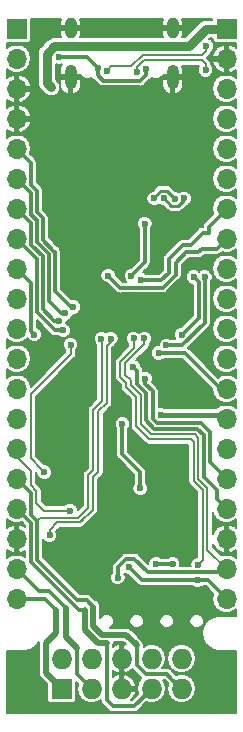
<source format=gbl>
G04 #@! TF.GenerationSoftware,KiCad,Pcbnew,5.0.2-bee76a0~70~ubuntu18.04.1*
G04 #@! TF.CreationDate,2019-07-29T11:14:37+02:00*
G04 #@! TF.ProjectId,Pic32MxRedFox,50696333-324d-4785-9265-64466f782e6b,rev?*
G04 #@! TF.SameCoordinates,PX5faea10PY8eeaea0*
G04 #@! TF.FileFunction,Copper,L2,Bot*
G04 #@! TF.FilePolarity,Positive*
%FSLAX46Y46*%
G04 Gerber Fmt 4.6, Leading zero omitted, Abs format (unit mm)*
G04 Created by KiCad (PCBNEW 5.0.2-bee76a0~70~ubuntu18.04.1) date pon 29 jul 2019 11:14:37 CEST*
%MOMM*%
%LPD*%
G01*
G04 APERTURE LIST*
G04 #@! TA.AperFunction,ComponentPad*
%ADD10O,1.700000X1.700000*%
G04 #@! TD*
G04 #@! TA.AperFunction,ComponentPad*
%ADD11R,1.700000X1.700000*%
G04 #@! TD*
G04 #@! TA.AperFunction,ComponentPad*
%ADD12R,1.727200X1.727200*%
G04 #@! TD*
G04 #@! TA.AperFunction,ComponentPad*
%ADD13O,1.727200X1.727200*%
G04 #@! TD*
G04 #@! TA.AperFunction,ComponentPad*
%ADD14O,1.000000X1.800000*%
G04 #@! TD*
G04 #@! TA.AperFunction,ComponentPad*
%ADD15O,1.000000X2.100000*%
G04 #@! TD*
G04 #@! TA.AperFunction,ViaPad*
%ADD16C,0.600000*%
G04 #@! TD*
G04 #@! TA.AperFunction,Conductor*
%ADD17C,0.200000*%
G04 #@! TD*
G04 #@! TA.AperFunction,Conductor*
%ADD18C,0.500000*%
G04 #@! TD*
G04 #@! TA.AperFunction,Conductor*
%ADD19C,0.300000*%
G04 #@! TD*
G04 #@! TA.AperFunction,Conductor*
%ADD20C,0.254000*%
G04 #@! TD*
G04 #@! TA.AperFunction,Conductor*
%ADD21C,0.800000*%
G04 #@! TD*
G04 #@! TA.AperFunction,Conductor*
%ADD22C,0.400000*%
G04 #@! TD*
G04 APERTURE END LIST*
D10*
G04 #@! TO.P,J4,20*
G04 #@! TO.N,/UART2_TX*
X19050000Y10160000D03*
G04 #@! TO.P,J4,19*
G04 #@! TO.N,/UART2_RX*
X19050000Y12700000D03*
G04 #@! TO.P,J4,18*
G04 #@! TO.N,GND*
X19050000Y15240000D03*
G04 #@! TO.P,J4,17*
G04 #@! TO.N,/TDO*
X19050000Y17780000D03*
G04 #@! TO.P,J4,16*
G04 #@! TO.N,/TDI*
X19050000Y20320000D03*
G04 #@! TO.P,J4,15*
G04 #@! TO.N,/LED_USER*
X19050000Y22860000D03*
G04 #@! TO.P,J4,14*
G04 #@! TO.N,/RC3/AN12*
X19050000Y25400000D03*
G04 #@! TO.P,J4,13*
G04 #@! TO.N,/RB15/AN9*
X19050000Y27940000D03*
G04 #@! TO.P,J4,12*
G04 #@! TO.N,/SCL1*
X19050000Y30480000D03*
G04 #@! TO.P,J4,11*
G04 #@! TO.N,/SDA1*
X19050000Y33020000D03*
G04 #@! TO.P,J4,10*
G04 #@! TO.N,/UART1_RX*
X19050000Y35560000D03*
G04 #@! TO.P,J4,9*
G04 #@! TO.N,/UART1_TX*
X19050000Y38100000D03*
G04 #@! TO.P,J4,8*
G04 #@! TO.N,/SCK1*
X19050000Y40640000D03*
G04 #@! TO.P,J4,7*
G04 #@! TO.N,/SDO1*
X19050000Y43180000D03*
G04 #@! TO.P,J4,6*
G04 #@! TO.N,/SDI1*
X19050000Y45720000D03*
G04 #@! TO.P,J4,5*
G04 #@! TO.N,/RB7*
X19050000Y48260000D03*
G04 #@! TO.P,J4,4*
G04 #@! TO.N,/RB10*
X19050000Y50800000D03*
G04 #@! TO.P,J4,3*
G04 #@! TO.N,/RB11*
X19050000Y53340000D03*
G04 #@! TO.P,J4,2*
G04 #@! TO.N,GND*
X19050000Y55880000D03*
D11*
G04 #@! TO.P,J4,1*
G04 #@! TO.N,+5V*
X19050000Y58420000D03*
G04 #@! TD*
G04 #@! TO.P,J3,1*
G04 #@! TO.N,+3V3*
X1270000Y58420000D03*
D10*
G04 #@! TO.P,J3,2*
X1270000Y55880000D03*
G04 #@! TO.P,J3,3*
G04 #@! TO.N,GND*
X1270000Y53340000D03*
G04 #@! TO.P,J3,4*
X1270000Y50800000D03*
G04 #@! TO.P,J3,5*
G04 #@! TO.N,/RA0/AN0*
X1270000Y48260000D03*
G04 #@! TO.P,J3,6*
G04 #@! TO.N,/RA1/AN1*
X1270000Y45720000D03*
G04 #@! TO.P,J3,7*
G04 #@! TO.N,/RB0/AN2*
X1270000Y43180000D03*
G04 #@! TO.P,J3,8*
G04 #@! TO.N,/RB1/AN3*
X1270000Y40640000D03*
G04 #@! TO.P,J3,9*
G04 #@! TO.N,/RB2/AN4*
X1270000Y38100000D03*
G04 #@! TO.P,J3,10*
G04 #@! TO.N,/RB3/AN5*
X1270000Y35560000D03*
G04 #@! TO.P,J3,11*
G04 #@! TO.N,/RC0/AN6*
X1270000Y33020000D03*
G04 #@! TO.P,J3,12*
G04 #@! TO.N,/RC1/AN7*
X1270000Y30480000D03*
G04 #@! TO.P,J3,13*
G04 #@! TO.N,/RC2/AN8*
X1270000Y27940000D03*
G04 #@! TO.P,J3,14*
G04 #@! TO.N,+3V3*
X1270000Y25400000D03*
G04 #@! TO.P,J3,15*
G04 #@! TO.N,/BTN_USER*
X1270000Y22860000D03*
G04 #@! TO.P,J3,16*
G04 #@! TO.N,/TCK/PGEC4*
X1270000Y20320000D03*
G04 #@! TO.P,J3,17*
G04 #@! TO.N,/TMS/PGED4*
X1270000Y17780000D03*
G04 #@! TO.P,J3,18*
G04 #@! TO.N,GND*
X1270000Y15240000D03*
G04 #@! TO.P,J3,19*
G04 #@! TO.N,+3V3*
X1270000Y12700000D03*
G04 #@! TO.P,J3,20*
G04 #@! TO.N,/~RESET~*
X1270000Y10160000D03*
G04 #@! TD*
D12*
G04 #@! TO.P,J2,1*
G04 #@! TO.N,/~RESET~*
X5080000Y2540000D03*
D13*
G04 #@! TO.P,J2,2*
G04 #@! TO.N,/UART2_TX*
X5080000Y5080000D03*
G04 #@! TO.P,J2,3*
G04 #@! TO.N,+3V3*
X7620000Y2540000D03*
G04 #@! TO.P,J2,4*
G04 #@! TO.N,/UART2_RX*
X7620000Y5080000D03*
G04 #@! TO.P,J2,5*
G04 #@! TO.N,GND*
X10160000Y2540000D03*
G04 #@! TO.P,J2,6*
X10160000Y5080000D03*
G04 #@! TO.P,J2,7*
G04 #@! TO.N,/TMS/PGED4*
X12700000Y2540000D03*
G04 #@! TO.P,J2,8*
G04 #@! TO.N,/TDO*
X12700000Y5080000D03*
G04 #@! TO.P,J2,9*
G04 #@! TO.N,/TCK/PGEC4*
X15240000Y2540000D03*
G04 #@! TO.P,J2,10*
G04 #@! TO.N,/TDI*
X15240000Y5080000D03*
G04 #@! TD*
D14*
G04 #@! TO.P,J1,S1*
G04 #@! TO.N,GND*
X5840000Y58461600D03*
X14480000Y58461600D03*
D15*
X5840000Y54311600D03*
X14480000Y54311600D03*
G04 #@! TD*
D16*
G04 #@! TO.N,GND*
X3048000Y24638000D03*
X3048000Y23114000D03*
X14605000Y52133500D03*
X15367000Y51308000D03*
X16319500Y51943000D03*
X13144500Y58420000D03*
X7239000Y58483500D03*
X4318000Y58420000D03*
X3111500Y58293000D03*
X5334000Y52578000D03*
X6032500Y52578000D03*
X10287000Y51117500D03*
X7747000Y36576000D03*
X16129000Y42862500D03*
X16446500Y41656000D03*
X15113000Y28003500D03*
X10731500Y41910000D03*
X10541000Y42672000D03*
X15494000Y38163500D03*
X5905500Y21844000D03*
X3746500Y21844000D03*
X8483600Y19621500D03*
X9969500Y18542000D03*
X10160000Y10604500D03*
X10160000Y9461500D03*
X8826500Y13843000D03*
X2984500Y49149000D03*
X9588500Y46990000D03*
X9652000Y45656500D03*
X12319000Y46990000D03*
X12128500Y45720000D03*
X4241800Y26009600D03*
X14884400Y17576800D03*
X14782800Y18643600D03*
X13919200Y19812000D03*
X12852400Y19659600D03*
X12700000Y35560000D03*
X6451600Y39420800D03*
X7112000Y40335200D03*
X3962400Y14478000D03*
X4267200Y13512800D03*
X7747000Y29337000D03*
X7518400Y30175200D03*
X15557500Y13271500D03*
X15494000Y14732000D03*
X16256000Y15494000D03*
X17526000Y10541000D03*
X17526000Y9144000D03*
X14795500Y10541000D03*
X6985000Y13208000D03*
X6985000Y15176500D03*
X1968500Y4699000D03*
X1968500Y1333500D03*
X17970500Y1714500D03*
X18097500Y4635500D03*
X11938000Y50736500D03*
X4000500Y45847000D03*
X14097000Y22606000D03*
X16764000Y28575000D03*
X17462500Y30099000D03*
X10858500Y33274000D03*
X11112500Y34925000D03*
X14541500Y33718500D03*
X16446500Y46355000D03*
X16383000Y44767500D03*
X12382500Y43243500D03*
X3619500Y47561500D03*
X4953000Y45847000D03*
X4889500Y21082000D03*
X6350000Y18732500D03*
X12700000Y14224000D03*
X13271500Y16764000D03*
X9588500Y28321000D03*
X10795000Y15557500D03*
G04 #@! TO.N,Net-(J1-PadB5)*
X8890000Y54864000D03*
X17335500Y56959500D03*
G04 #@! TO.N,/~RESET~*
X3606806Y20878800D03*
X5842000Y31686500D03*
G04 #@! TO.N,Net-(J1-PadA5)*
X17272000Y54927500D03*
X11491356Y54733314D03*
G04 #@! TO.N,/USBDP*
X14641241Y44041209D03*
X12915997Y44069000D03*
G04 #@! TO.N,/USBDM*
X15443200Y44069000D03*
X13716000Y44069000D03*
G04 #@! TO.N,+5V*
X4191000Y53466994D03*
X12128500Y41910000D03*
X10985500Y37528500D03*
G04 #@! TO.N,/UART2_RX*
X9842500Y11938000D03*
X12090400Y32207200D03*
G04 #@! TO.N,/UART2_TX*
X10795000Y12827000D03*
X11176000Y32207200D03*
X16611600Y11734800D03*
X16644535Y13055600D03*
G04 #@! TO.N,/SDO1*
X11811000Y37162500D03*
G04 #@! TO.N,/TMS/PGED4*
X4064000Y15544800D03*
X9245503Y32194500D03*
G04 #@! TO.N,/TCK/PGEC4*
X8445500Y32194500D03*
G04 #@! TO.N,/SCK1*
X9017000Y37528500D03*
G04 #@! TO.N,/RB15/AN9*
X13308571Y30964508D03*
G04 #@! TO.N,/RA0/AN0*
X6055736Y34861500D03*
G04 #@! TO.N,/RA1/AN1*
X5397500Y34353500D03*
G04 #@! TO.N,/RB0/AN2*
X4877180Y33706180D03*
G04 #@! TO.N,/RB1/AN3*
X5207000Y32893001D03*
G04 #@! TO.N,/RB2/AN4*
X2747123Y32528623D03*
G04 #@! TO.N,/TDO*
X13081000Y13144500D03*
X14478000Y13144500D03*
X11140459Y29788898D03*
G04 #@! TO.N,/TDI*
X12141200Y28803600D03*
G04 #@! TO.N,/RC3/AN12*
X13462000Y25717500D03*
G04 #@! TO.N,/BTN_USER*
X11734800Y19507200D03*
X5791200Y17627601D03*
X10223500Y24955504D03*
G04 #@! TO.N,/SDI1*
X13952339Y31614518D03*
X17208500Y37401526D03*
G04 #@! TO.N,/RB7*
X16256000Y37401500D03*
X15240000Y32512000D03*
G04 #@! TO.N,Net-(D3-Pad2)*
X12257094Y55039521D03*
X8128000Y55118000D03*
X4826000Y56007000D03*
G04 #@! TD*
D17*
G04 #@! TO.N,Net-(J1-PadB5)*
X17335500Y56578500D02*
X17335500Y56959500D01*
X10985500Y55245000D02*
X11938000Y56197500D01*
X16954500Y56197500D02*
X17335500Y56578500D01*
X11938000Y56197500D02*
X16954500Y56197500D01*
X8890000Y54864000D02*
X9271000Y55245000D01*
X9271000Y55245000D02*
X10985500Y55245000D01*
D18*
G04 #@! TO.N,/~RESET~*
X3766399Y3853601D02*
X5080000Y2540000D01*
X3766399Y6433399D02*
X3766399Y3853601D01*
X4635500Y7302500D02*
X3766399Y6433399D01*
X4635500Y9207500D02*
X4635500Y7302500D01*
D19*
X1270000Y10160000D02*
X3683000Y10160000D01*
X3683000Y10160000D02*
X4635500Y9207500D01*
D17*
X3306807Y21178799D02*
X3606806Y20878800D01*
X2447999Y22037607D02*
X3306807Y21178799D01*
X2447999Y27466999D02*
X2447999Y22037607D01*
X5842000Y31496000D02*
X5842000Y30861000D01*
X5842000Y30861000D02*
X2447999Y27466999D01*
X5842000Y31496000D02*
X5842000Y31686500D01*
D18*
G04 #@! TO.N,+3V3*
X5461000Y6921500D02*
X5461000Y9371962D01*
D19*
X7620000Y2540000D02*
X6350000Y3810000D01*
X6350000Y3810000D02*
X6350000Y6032500D01*
D18*
X5461000Y6921500D02*
X6350000Y6032500D01*
D19*
X4037962Y10795000D02*
X5461000Y9371962D01*
X1270000Y12700000D02*
X3175000Y10795000D01*
X3175000Y10795000D02*
X4037962Y10795000D01*
D17*
G04 #@! TO.N,Net-(J1-PadA5)*
X11491356Y55179356D02*
X11491356Y54733314D01*
X12065000Y55753000D02*
X11491356Y55179356D01*
X16954500Y55753000D02*
X12065000Y55753000D01*
X17272000Y54927500D02*
X17272000Y55435500D01*
X17272000Y55435500D02*
X16954500Y55753000D01*
D20*
G04 #@! TO.N,/USBDP*
X12915997Y44157997D02*
X12915997Y44069000D01*
X13454001Y44696001D02*
X12915997Y44157997D01*
X14641241Y44041209D02*
X13986449Y44696001D01*
X13986449Y44696001D02*
X13454001Y44696001D01*
G04 #@! TO.N,/USBDM*
X13716000Y44069000D02*
X14370792Y43414208D01*
X14370792Y43414208D02*
X14942202Y43414208D01*
X14942202Y43414208D02*
X15443200Y43915206D01*
X15443200Y43915206D02*
X15443200Y44069000D01*
D21*
G04 #@! TO.N,+5V*
X3891001Y53766993D02*
X4191000Y53466994D01*
X17335500Y58420000D02*
X15877090Y56961590D01*
X19050000Y58420000D02*
X17335500Y58420000D01*
X15877090Y56961590D02*
X4447090Y56961590D01*
X3810000Y53847994D02*
X3891001Y53766993D01*
X4447090Y56961590D02*
X3810000Y56324500D01*
X3810000Y56324500D02*
X3810000Y53847994D01*
D19*
X12128500Y41910000D02*
X12128500Y38671500D01*
X12128500Y38671500D02*
X10985500Y37528500D01*
G04 #@! TO.N,/UART2_RX*
X10555997Y13549999D02*
X9842500Y12836502D01*
X11226800Y13549999D02*
X10555997Y13549999D01*
X12381599Y12395200D02*
X11226800Y13549999D01*
X9842500Y12836502D02*
X9842500Y11938000D01*
X19050000Y12700000D02*
X18745200Y12395200D01*
X18745200Y12395200D02*
X12381599Y12395200D01*
D17*
X17424400Y18440400D02*
X17424400Y14325600D01*
X17424400Y18440400D02*
X17424400Y18288000D01*
X17424400Y14325600D02*
X19050000Y12700000D01*
X17424400Y18288000D02*
X17424400Y14325600D01*
X16662400Y20295188D02*
X17424400Y19533188D01*
X16662400Y23787100D02*
X16662400Y20295188D01*
X16332021Y24117479D02*
X16662400Y23787100D01*
X12661721Y24117479D02*
X16332021Y24117479D01*
X11785600Y24993600D02*
X12661721Y24117479D01*
X12090400Y31699200D02*
X10477500Y30086300D01*
X12090400Y32207200D02*
X12090400Y31699200D01*
X11785600Y27391406D02*
X11785600Y24993600D01*
X10477500Y30086300D02*
X10477500Y29124880D01*
X17424400Y19533188D02*
X17424400Y18440400D01*
X10922000Y28255006D02*
X11785600Y27391406D01*
X10477500Y29124880D02*
X10922000Y28680380D01*
X10922000Y28680380D02*
X10922000Y28255006D01*
D19*
G04 #@! TO.N,/UART2_TX*
X17035864Y11734800D02*
X16611600Y11734800D01*
X16187336Y11734800D02*
X16611600Y11734800D01*
X10795000Y12827000D02*
X11887200Y11734800D01*
X19050000Y10160000D02*
X17475200Y11734800D01*
X11887200Y11734800D02*
X16187336Y11734800D01*
X17475200Y11734800D02*
X17035864Y11734800D01*
D17*
X10033000Y30207498D02*
X11176000Y31350498D01*
X10521990Y28467010D02*
X10033000Y28956000D01*
X11366500Y27203320D02*
X11385590Y27222410D01*
X12496800Y23672800D02*
X11366500Y24803100D01*
X10033000Y28956000D02*
X10033000Y30207498D01*
X17018000Y13429065D02*
X17018000Y19373889D01*
X11385590Y27222410D02*
X10521990Y28086010D01*
X16644535Y13055600D02*
X17018000Y13429065D01*
X17018000Y19373889D02*
X16256000Y20135889D01*
X16256000Y20135889D02*
X16256000Y23431500D01*
X16256000Y23431500D02*
X16014700Y23672800D01*
X11176000Y31350498D02*
X11176000Y32207200D01*
X10521990Y28086010D02*
X10521990Y28467010D01*
X11366500Y24803100D02*
X11366500Y27203320D01*
X16014700Y23672800D02*
X12496800Y23672800D01*
D19*
G04 #@! TO.N,/SDO1*
X17027502Y41148000D02*
X17526000Y41148000D01*
X11811000Y37162500D02*
X11826000Y37147500D01*
X17526000Y41148000D02*
X17526000Y41656000D01*
X11826000Y37147500D02*
X13525500Y37147500D01*
X16011502Y40132000D02*
X17027502Y41148000D01*
X13525500Y37147500D02*
X14160500Y37782500D01*
X17526000Y41656000D02*
X19050000Y43180000D01*
X14160500Y37782500D02*
X14160500Y38925500D01*
X14160500Y38925500D02*
X15367000Y40132000D01*
X15367000Y40132000D02*
X16011502Y40132000D01*
G04 #@! TO.N,/TMS/PGED4*
X9398000Y1079500D02*
X11239500Y1079500D01*
X11239500Y1079500D02*
X12700000Y2540000D01*
X8890000Y6413500D02*
X8890000Y1587500D01*
X8890000Y1587500D02*
X9398000Y1079500D01*
D18*
X7050001Y7554999D02*
X8191500Y6413500D01*
X7050001Y9205999D02*
X7050001Y7554999D01*
X8191500Y6413500D02*
X8890000Y6413500D01*
D19*
X2484490Y13267588D02*
X6546079Y9205999D01*
X1270000Y17780000D02*
X2484489Y16565509D01*
X2484489Y16565509D02*
X2484490Y13267588D01*
X6546079Y9205999D02*
X7050001Y9205999D01*
D17*
X6626889Y16627590D02*
X6861210Y16861911D01*
X4722526Y16627590D02*
X6626889Y16627590D01*
X4064000Y15544800D02*
X4064000Y15969064D01*
X4064000Y15969064D02*
X4722526Y16627590D01*
X9245503Y31915003D02*
X9245503Y32194500D01*
X8890000Y26713902D02*
X8890000Y31559500D01*
X6626889Y16627590D02*
X7715210Y17715911D01*
X8890000Y31559500D02*
X9245503Y31915003D01*
X8191500Y20923290D02*
X7715210Y20447000D01*
X8191500Y26015402D02*
X8191500Y20923290D01*
X7715210Y17715911D02*
X7715210Y20447000D01*
X8191500Y26015402D02*
X8890000Y26713902D01*
D19*
G04 #@! TO.N,/TCK/PGEC4*
X14376401Y3403599D02*
X15240000Y2540000D01*
X12230269Y3753601D02*
X14026399Y3753601D01*
X11430000Y4553870D02*
X12230269Y3753601D01*
X14026399Y3753601D02*
X14376401Y3403599D01*
X11430000Y6223000D02*
X11430000Y4553870D01*
D18*
X10539490Y7113510D02*
X11430000Y6223000D01*
X8481452Y7113510D02*
X10539490Y7113510D01*
X7750011Y7844951D02*
X8481452Y7113510D01*
X7750011Y9495951D02*
X7750011Y7844951D01*
D19*
X6400800Y10058400D02*
X7187562Y10058400D01*
X2984500Y13474700D02*
X6400800Y10058400D01*
X2984500Y16772620D02*
X2984500Y13474700D01*
X2476500Y17280620D02*
X2984500Y16772620D01*
X7187562Y10058400D02*
X7750011Y9495951D01*
X1270000Y20320000D02*
X2476500Y19113500D01*
X2476500Y19113500D02*
X2476500Y17280620D01*
D17*
X3239480Y17027600D02*
X2984500Y16772620D01*
X7315200Y17881600D02*
X6461200Y17027600D01*
X8483600Y32156400D02*
X8483600Y26873200D01*
X8445500Y32194500D02*
X8483600Y32156400D01*
X8483600Y26873200D02*
X7747000Y26136600D01*
X6461200Y17027600D02*
X3239480Y17027600D01*
X7747000Y26136600D02*
X7747000Y21069300D01*
X7747000Y21069300D02*
X7315200Y20637500D01*
X7315200Y20637500D02*
X7315200Y17881600D01*
D19*
G04 #@! TO.N,/SCK1*
X18200001Y39790001D02*
X19050000Y40640000D01*
X16930001Y39790001D02*
X18200001Y39790001D01*
X16637000Y39497000D02*
X16930001Y39790001D01*
X9017000Y37528500D02*
X10033000Y36512500D01*
X10033000Y36512500D02*
X13652500Y36512500D01*
X13652500Y36512500D02*
X14732000Y37592000D01*
X15621000Y39497000D02*
X16637000Y39497000D01*
X14732000Y37592000D02*
X14732000Y38608000D01*
X14732000Y38608000D02*
X15621000Y39497000D01*
G04 #@! TO.N,/RB15/AN9*
X18542000Y27940000D02*
X19050000Y27940000D01*
X13308571Y30964508D02*
X15517492Y30964508D01*
X15517492Y30964508D02*
X18542000Y27940000D01*
G04 #@! TO.N,/RA0/AN0*
X5842000Y34861500D02*
X6055736Y34861500D01*
X4508500Y36195000D02*
X5842000Y34861500D01*
X2476500Y45220620D02*
X2976510Y44720610D01*
X2476500Y47053500D02*
X2476500Y45220620D01*
X1270000Y48260000D02*
X2476500Y47053500D01*
X2976510Y42887730D02*
X3470021Y42394219D01*
X2976510Y44720610D02*
X2976510Y42887730D01*
X4470860Y39560500D02*
X4508500Y39560500D01*
X3470021Y40561339D02*
X4470860Y39560500D01*
X3470021Y42394219D02*
X3470021Y40561339D01*
X4508500Y39560500D02*
X4508500Y36195000D01*
G04 #@! TO.N,/RA1/AN1*
X5016500Y34353500D02*
X5397500Y34353500D01*
X4000500Y35369500D02*
X5016500Y34353500D01*
X2970011Y42187109D02*
X2970011Y40354229D01*
X2970011Y40354229D02*
X4000500Y39323740D01*
X2476500Y44513500D02*
X2476500Y42680620D01*
X4000500Y39323740D02*
X4000500Y35369500D01*
X1270000Y45720000D02*
X2476500Y44513500D01*
X2476500Y42680620D02*
X2970011Y42187109D01*
G04 #@! TO.N,/RB0/AN2*
X4452916Y33706180D02*
X3476520Y34682576D01*
X4877180Y33706180D02*
X4452916Y33706180D01*
X3476520Y39140600D02*
X2470001Y40147119D01*
X2119999Y42330001D02*
X1270000Y43180000D01*
X2470001Y41979999D02*
X2119999Y42330001D01*
X2470001Y40147119D02*
X2470001Y41979999D01*
X3476520Y34682576D02*
X3476520Y39140600D01*
G04 #@! TO.N,/RB1/AN3*
X1270000Y40640000D02*
X2976510Y38933490D01*
X2976510Y38933490D02*
X2976510Y34445226D01*
X2976510Y34445226D02*
X4528735Y32893001D01*
X4528735Y32893001D02*
X4782736Y32893001D01*
X4782736Y32893001D02*
X5207000Y32893001D01*
G04 #@! TO.N,/RB2/AN4*
X1270000Y38100000D02*
X2476500Y36893500D01*
X2476500Y36893500D02*
X2476500Y32799246D01*
X2476500Y32799246D02*
X2747123Y32528623D01*
G04 #@! TO.N,/TDO*
X13081000Y13144500D02*
X14478000Y13144500D01*
X11480800Y28332616D02*
X11480800Y29009582D01*
X12242800Y27570616D02*
X11480800Y28332616D01*
X12242800Y25267578D02*
X12242800Y27570616D01*
X12942889Y24567489D02*
X12242800Y25267578D01*
X19050000Y17780000D02*
X18200001Y18629999D01*
X18200001Y18629999D02*
X18200001Y19393997D01*
X17119600Y20474398D02*
X17119600Y24028400D01*
X18200001Y19393997D02*
X17119600Y20474398D01*
X16580511Y24567489D02*
X12942889Y24567489D01*
X17119600Y24028400D02*
X16580511Y24567489D01*
X11480800Y29009582D02*
X11480800Y29448557D01*
X11480800Y29448557D02*
X11140459Y29788898D01*
G04 #@! TO.N,/TDI*
X12141200Y28379336D02*
X12141200Y28803600D01*
X12801600Y27718936D02*
X12141200Y28379336D01*
X17653000Y21717000D02*
X17653000Y24320500D01*
X13149999Y25067499D02*
X12801600Y25415898D01*
X19050000Y20320000D02*
X17653000Y21717000D01*
X16906001Y25067499D02*
X13149999Y25067499D01*
X17653000Y24320500D02*
X16906001Y25067499D01*
X12801600Y25415898D02*
X12801600Y27718936D01*
D22*
G04 #@! TO.N,/RC3/AN12*
X18732500Y25717500D02*
X19050000Y25400000D01*
X13462000Y25717500D02*
X18732500Y25717500D01*
D17*
G04 #@! TO.N,/BTN_USER*
X1270000Y22860000D02*
X1270000Y22148801D01*
D19*
X11734800Y19507200D02*
X11734800Y20878800D01*
X10223500Y22390100D02*
X10223500Y24955504D01*
X11734800Y20878800D02*
X10223500Y22390100D01*
D17*
X5791200Y17627601D02*
X3586909Y17627601D01*
X3586909Y17627601D02*
X2926510Y18288000D01*
X2463801Y19762609D02*
X2463801Y20955000D01*
X2926510Y19299900D02*
X2463801Y19762609D01*
X2926510Y18288000D02*
X2926510Y19299900D01*
X1270000Y22148801D02*
X2463801Y20955000D01*
D19*
G04 #@! TO.N,/SDI1*
X15274782Y31614518D02*
X17208500Y33548236D01*
X17208500Y36977262D02*
X17208500Y37401526D01*
X17208500Y33548236D02*
X17208500Y36977262D01*
X13952339Y31614518D02*
X15274782Y31614518D01*
G04 #@! TO.N,/RB7*
X16700500Y33972500D02*
X15240000Y32512000D01*
X16256000Y37401500D02*
X16700500Y36957000D01*
X16700500Y36957000D02*
X16700500Y33972500D01*
G04 #@! TO.N,Net-(D3-Pad2)*
X8572500Y54038500D02*
X8128000Y54483000D01*
X12257094Y55039521D02*
X12257094Y54537050D01*
X8128000Y54483000D02*
X8128000Y55118000D01*
X11758544Y54038500D02*
X8572500Y54038500D01*
X12257094Y54537050D02*
X11758544Y54038500D01*
X8128000Y55118000D02*
X7239000Y56007000D01*
X5250264Y56007000D02*
X4826000Y56007000D01*
X7239000Y56007000D02*
X5250264Y56007000D01*
G04 #@! TD*
D17*
G04 #@! TO.N,GND*
G36*
X4940000Y59015600D02*
X4940000Y58615600D01*
X5686000Y58615600D01*
X5686000Y58635600D01*
X5994000Y58635600D01*
X5994000Y58615600D01*
X6740000Y58615600D01*
X6740000Y59015600D01*
X6655573Y59236000D01*
X13664427Y59236000D01*
X13580000Y59015600D01*
X13580000Y58615600D01*
X14326000Y58615600D01*
X14326000Y58635600D01*
X14634000Y58635600D01*
X14634000Y58615600D01*
X15380000Y58615600D01*
X15380000Y59015600D01*
X15295573Y59236000D01*
X17839065Y59236000D01*
X17839065Y59174000D01*
X17409753Y59174000D01*
X17335499Y59188770D01*
X17261245Y59174000D01*
X17261241Y59174000D01*
X17041304Y59130252D01*
X16791897Y58963603D01*
X16749833Y58900650D01*
X15564774Y57715590D01*
X15306448Y57715590D01*
X15380000Y57907600D01*
X15380000Y58307600D01*
X14634000Y58307600D01*
X14634000Y58287600D01*
X14326000Y58287600D01*
X14326000Y58307600D01*
X13580000Y58307600D01*
X13580000Y57907600D01*
X13653552Y57715590D01*
X6666448Y57715590D01*
X6740000Y57907600D01*
X6740000Y58307600D01*
X5994000Y58307600D01*
X5994000Y58287600D01*
X5686000Y58287600D01*
X5686000Y58307600D01*
X4940000Y58307600D01*
X4940000Y57907600D01*
X5013552Y57715590D01*
X4521343Y57715590D01*
X4447089Y57730360D01*
X4372835Y57715590D01*
X4372831Y57715590D01*
X4152894Y57671842D01*
X3903487Y57505193D01*
X3861423Y57442240D01*
X3329353Y56910169D01*
X3266397Y56868103D01*
X3099748Y56618695D01*
X3056000Y56398758D01*
X3056000Y56398754D01*
X3041230Y56324500D01*
X3056000Y56250246D01*
X3056001Y53922253D01*
X3041230Y53847994D01*
X3056001Y53773735D01*
X3099749Y53553798D01*
X3266398Y53304391D01*
X3329351Y53262327D01*
X3710351Y52881327D01*
X3896804Y52756742D01*
X4191000Y52698224D01*
X4485196Y52756742D01*
X4734603Y52923391D01*
X4901252Y53172798D01*
X4959770Y53466994D01*
X4901252Y53761190D01*
X4776667Y53947643D01*
X4566710Y54157600D01*
X4940000Y54157600D01*
X4940000Y53607600D01*
X5067442Y53274907D01*
X5312499Y53016309D01*
X5549181Y52909881D01*
X5686000Y52976562D01*
X5686000Y54157600D01*
X5994000Y54157600D01*
X5994000Y52976562D01*
X6130819Y52909881D01*
X6367501Y53016309D01*
X6612558Y53274907D01*
X6740000Y53607600D01*
X6740000Y54157600D01*
X5994000Y54157600D01*
X5686000Y54157600D01*
X4940000Y54157600D01*
X4566710Y54157600D01*
X4564000Y54160310D01*
X4564000Y55407639D01*
X4695911Y55353000D01*
X4956089Y55353000D01*
X5146736Y55431968D01*
X5067442Y55348293D01*
X4940000Y55015600D01*
X4940000Y54465600D01*
X5686000Y54465600D01*
X5686000Y54485600D01*
X5994000Y54485600D01*
X5994000Y54465600D01*
X6678374Y54465600D01*
X6694372Y54426978D01*
X6885378Y54235972D01*
X7134939Y54132600D01*
X7405061Y54132600D01*
X7654622Y54235972D01*
X7673974Y54255324D01*
X7764637Y54119637D01*
X7806717Y54091520D01*
X8181021Y53717215D01*
X8209137Y53675137D01*
X8375849Y53563743D01*
X8522865Y53534500D01*
X8522868Y53534500D01*
X8572500Y53524628D01*
X8622131Y53534500D01*
X11708913Y53534500D01*
X11758544Y53524628D01*
X11808175Y53534500D01*
X11808179Y53534500D01*
X11955195Y53563743D01*
X12121907Y53675137D01*
X12150024Y53717217D01*
X12578377Y54145570D01*
X12620457Y54173687D01*
X12663398Y54237952D01*
X12665378Y54235972D01*
X12914939Y54132600D01*
X13185061Y54132600D01*
X13245416Y54157600D01*
X13580000Y54157600D01*
X13580000Y53607600D01*
X13707442Y53274907D01*
X13952499Y53016309D01*
X14189181Y52909881D01*
X14326000Y52976562D01*
X14326000Y54157600D01*
X14634000Y54157600D01*
X14634000Y52976562D01*
X14770819Y52909881D01*
X15007501Y53016309D01*
X15252558Y53274907D01*
X15380000Y53607600D01*
X15380000Y54157600D01*
X14634000Y54157600D01*
X14326000Y54157600D01*
X13580000Y54157600D01*
X13245416Y54157600D01*
X13434622Y54235972D01*
X13625628Y54426978D01*
X13641626Y54465600D01*
X14326000Y54465600D01*
X14326000Y54485600D01*
X14634000Y54485600D01*
X14634000Y54465600D01*
X15380000Y54465600D01*
X15380000Y55015600D01*
X15271440Y55299000D01*
X16718604Y55299000D01*
X16717565Y55297961D01*
X16618000Y55057589D01*
X16618000Y54797411D01*
X16717565Y54557039D01*
X16901539Y54373065D01*
X17141911Y54273500D01*
X17402089Y54273500D01*
X17642461Y54373065D01*
X17826435Y54557039D01*
X17926000Y54797411D01*
X17926000Y55057589D01*
X17826435Y55297961D01*
X17727262Y55397134D01*
X17734893Y55435500D01*
X17726000Y55480209D01*
X17726000Y55480213D01*
X17715333Y55533843D01*
X17848886Y55533843D01*
X17955902Y55275446D01*
X18270538Y54902772D01*
X18703840Y54678872D01*
X18896000Y54739509D01*
X18896000Y55726000D01*
X17910358Y55726000D01*
X17848886Y55533843D01*
X17715333Y55533843D01*
X17699658Y55612642D01*
X17686808Y55631873D01*
X17624643Y55724910D01*
X17624641Y55724912D01*
X17599315Y55762815D01*
X17561411Y55788142D01*
X17374302Y55975250D01*
X17624912Y56225859D01*
X17625357Y56226157D01*
X17848886Y56226157D01*
X17910358Y56034000D01*
X18896000Y56034000D01*
X18896000Y57020491D01*
X18703840Y57081128D01*
X18270538Y56857228D01*
X17955902Y56484554D01*
X17848886Y56226157D01*
X17625357Y56226157D01*
X17662815Y56251185D01*
X17688141Y56289088D01*
X17688143Y56289090D01*
X17728692Y56349777D01*
X17763158Y56401358D01*
X17778281Y56477385D01*
X17889935Y56589039D01*
X17989500Y56829411D01*
X17989500Y57089589D01*
X17889935Y57329961D01*
X17705961Y57513935D01*
X17557320Y57575504D01*
X17647817Y57666000D01*
X17839065Y57666000D01*
X17839065Y57570000D01*
X17866540Y57431876D01*
X17944780Y57314780D01*
X18061876Y57236540D01*
X18200000Y57209065D01*
X19866000Y57209065D01*
X19866000Y56813950D01*
X19829462Y56857228D01*
X19396160Y57081128D01*
X19204000Y57020491D01*
X19204000Y56034000D01*
X19224000Y56034000D01*
X19224000Y55726000D01*
X19204000Y55726000D01*
X19204000Y54739509D01*
X19396160Y54678872D01*
X19829462Y54902772D01*
X19866000Y54946050D01*
X19866000Y54242804D01*
X19519777Y54474143D01*
X19168580Y54544000D01*
X18931420Y54544000D01*
X18580223Y54474143D01*
X18181965Y54208035D01*
X17915857Y53809777D01*
X17822413Y53340000D01*
X17915857Y52870223D01*
X18181965Y52471965D01*
X18580223Y52205857D01*
X18931420Y52136000D01*
X19168580Y52136000D01*
X19519777Y52205857D01*
X19866000Y52437196D01*
X19866000Y51702804D01*
X19519777Y51934143D01*
X19168580Y52004000D01*
X18931420Y52004000D01*
X18580223Y51934143D01*
X18181965Y51668035D01*
X17915857Y51269777D01*
X17822413Y50800000D01*
X17915857Y50330223D01*
X18181965Y49931965D01*
X18580223Y49665857D01*
X18931420Y49596000D01*
X19168580Y49596000D01*
X19519777Y49665857D01*
X19866000Y49897196D01*
X19866000Y49162804D01*
X19519777Y49394143D01*
X19168580Y49464000D01*
X18931420Y49464000D01*
X18580223Y49394143D01*
X18181965Y49128035D01*
X17915857Y48729777D01*
X17822413Y48260000D01*
X17915857Y47790223D01*
X18181965Y47391965D01*
X18580223Y47125857D01*
X18931420Y47056000D01*
X19168580Y47056000D01*
X19519777Y47125857D01*
X19866000Y47357196D01*
X19866000Y46622804D01*
X19519777Y46854143D01*
X19168580Y46924000D01*
X18931420Y46924000D01*
X18580223Y46854143D01*
X18181965Y46588035D01*
X17915857Y46189777D01*
X17822413Y45720000D01*
X17915857Y45250223D01*
X18181965Y44851965D01*
X18580223Y44585857D01*
X18931420Y44516000D01*
X19168580Y44516000D01*
X19519777Y44585857D01*
X19866000Y44817196D01*
X19866000Y44082804D01*
X19519777Y44314143D01*
X19168580Y44384000D01*
X18931420Y44384000D01*
X18580223Y44314143D01*
X18181965Y44048035D01*
X17915857Y43649777D01*
X17822413Y43180000D01*
X17907827Y42750590D01*
X17204715Y42047478D01*
X17162638Y42019363D01*
X17134523Y41977286D01*
X17134521Y41977284D01*
X17051243Y41852650D01*
X17012711Y41658930D01*
X16977870Y41652000D01*
X16977867Y41652000D01*
X16830851Y41622757D01*
X16664139Y41511363D01*
X16636024Y41469285D01*
X15802739Y40636000D01*
X15416635Y40636000D01*
X15367000Y40645873D01*
X15170349Y40606757D01*
X15102377Y40561339D01*
X15003637Y40495363D01*
X14975522Y40453286D01*
X13839215Y39316978D01*
X13797138Y39288863D01*
X13769023Y39246786D01*
X13769021Y39246784D01*
X13685743Y39122150D01*
X13646628Y38925500D01*
X13656501Y38875864D01*
X13656500Y37991264D01*
X13316737Y37651500D01*
X12246896Y37651500D01*
X12181461Y37716935D01*
X11973032Y37803269D01*
X12449783Y38280020D01*
X12491863Y38308137D01*
X12603257Y38474849D01*
X12632500Y38621865D01*
X12632500Y38621868D01*
X12642372Y38671499D01*
X12632500Y38721131D01*
X12632500Y41489104D01*
X12682935Y41539539D01*
X12782500Y41779911D01*
X12782500Y42040089D01*
X12682935Y42280461D01*
X12498961Y42464435D01*
X12258589Y42564000D01*
X11998411Y42564000D01*
X11758039Y42464435D01*
X11574065Y42280461D01*
X11474500Y42040089D01*
X11474500Y41779911D01*
X11574065Y41539539D01*
X11624500Y41489104D01*
X11624501Y38880264D01*
X10926737Y38182500D01*
X10855411Y38182500D01*
X10615039Y38082935D01*
X10431065Y37898961D01*
X10331500Y37658589D01*
X10331500Y37398411D01*
X10431065Y37158039D01*
X10572604Y37016500D01*
X10241764Y37016500D01*
X9671000Y37587263D01*
X9671000Y37658589D01*
X9571435Y37898961D01*
X9387461Y38082935D01*
X9147089Y38182500D01*
X8886911Y38182500D01*
X8646539Y38082935D01*
X8462565Y37898961D01*
X8363000Y37658589D01*
X8363000Y37398411D01*
X8462565Y37158039D01*
X8646539Y36974065D01*
X8886911Y36874500D01*
X8958237Y36874500D01*
X9641522Y36191215D01*
X9669637Y36149137D01*
X9836349Y36037743D01*
X9983365Y36008500D01*
X9983368Y36008500D01*
X10033000Y35998628D01*
X10082631Y36008500D01*
X13602869Y36008500D01*
X13652500Y35998628D01*
X13702131Y36008500D01*
X13702135Y36008500D01*
X13849151Y36037743D01*
X14015863Y36149137D01*
X14043980Y36191217D01*
X15053286Y37200522D01*
X15095363Y37228637D01*
X15182570Y37359150D01*
X15206757Y37395349D01*
X15245873Y37592000D01*
X15236000Y37641635D01*
X15236000Y38399237D01*
X15829764Y38993000D01*
X16587369Y38993000D01*
X16637000Y38983128D01*
X16686631Y38993000D01*
X16686635Y38993000D01*
X16833651Y39022243D01*
X17000363Y39133637D01*
X17028480Y39175717D01*
X17138764Y39286001D01*
X18150370Y39286001D01*
X18200001Y39276129D01*
X18249632Y39286001D01*
X18249636Y39286001D01*
X18396652Y39315244D01*
X18563364Y39426638D01*
X18591481Y39468718D01*
X18620590Y39497827D01*
X18931420Y39436000D01*
X19168580Y39436000D01*
X19519777Y39505857D01*
X19866000Y39737197D01*
X19866000Y39002803D01*
X19519777Y39234143D01*
X19168580Y39304000D01*
X18931420Y39304000D01*
X18580223Y39234143D01*
X18181965Y38968035D01*
X17915857Y38569777D01*
X17822413Y38100000D01*
X17915857Y37630223D01*
X18181965Y37231965D01*
X18580223Y36965857D01*
X18931420Y36896000D01*
X19168580Y36896000D01*
X19519777Y36965857D01*
X19866000Y37197197D01*
X19866000Y36462803D01*
X19519777Y36694143D01*
X19168580Y36764000D01*
X18931420Y36764000D01*
X18580223Y36694143D01*
X18181965Y36428035D01*
X17915857Y36029777D01*
X17822413Y35560000D01*
X17915857Y35090223D01*
X18181965Y34691965D01*
X18580223Y34425857D01*
X18931420Y34356000D01*
X19168580Y34356000D01*
X19519777Y34425857D01*
X19866000Y34657197D01*
X19866001Y33922803D01*
X19519777Y34154143D01*
X19168580Y34224000D01*
X18931420Y34224000D01*
X18580223Y34154143D01*
X18181965Y33888035D01*
X17915857Y33489777D01*
X17822413Y33020000D01*
X17915857Y32550223D01*
X18181965Y32151965D01*
X18580223Y31885857D01*
X18931420Y31816000D01*
X19168580Y31816000D01*
X19519777Y31885857D01*
X19866001Y32117197D01*
X19866001Y31382803D01*
X19519777Y31614143D01*
X19168580Y31684000D01*
X18931420Y31684000D01*
X18580223Y31614143D01*
X18181965Y31348035D01*
X17915857Y30949777D01*
X17822413Y30480000D01*
X17915857Y30010223D01*
X18181965Y29611965D01*
X18580223Y29345857D01*
X18931420Y29276000D01*
X19168580Y29276000D01*
X19519777Y29345857D01*
X19866001Y29577197D01*
X19866001Y28842803D01*
X19519777Y29074143D01*
X19168580Y29144000D01*
X18931420Y29144000D01*
X18580223Y29074143D01*
X18304711Y28890052D01*
X15908972Y31285791D01*
X15880855Y31327871D01*
X15772979Y31399952D01*
X17529783Y33156756D01*
X17571863Y33184873D01*
X17683257Y33351585D01*
X17712500Y33498601D01*
X17712500Y33498605D01*
X17722372Y33548235D01*
X17712500Y33597865D01*
X17712500Y36980630D01*
X17762935Y37031065D01*
X17862500Y37271437D01*
X17862500Y37531615D01*
X17762935Y37771987D01*
X17578961Y37955961D01*
X17338589Y38055526D01*
X17078411Y38055526D01*
X16838039Y37955961D01*
X16732237Y37850159D01*
X16626461Y37955935D01*
X16386089Y38055500D01*
X16125911Y38055500D01*
X15885539Y37955935D01*
X15701565Y37771961D01*
X15602000Y37531589D01*
X15602000Y37271411D01*
X15701565Y37031039D01*
X15885539Y36847065D01*
X16125911Y36747500D01*
X16196500Y36747500D01*
X16196501Y34181265D01*
X15181237Y33166000D01*
X15109911Y33166000D01*
X14869539Y33066435D01*
X14685565Y32882461D01*
X14586000Y32642089D01*
X14586000Y32381911D01*
X14685565Y32141539D01*
X14708586Y32118518D01*
X14373235Y32118518D01*
X14322800Y32168953D01*
X14082428Y32268518D01*
X13822250Y32268518D01*
X13581878Y32168953D01*
X13397904Y31984979D01*
X13298339Y31744607D01*
X13298339Y31618508D01*
X13178482Y31618508D01*
X12938110Y31518943D01*
X12754136Y31334969D01*
X12654571Y31094597D01*
X12654571Y30834419D01*
X12754136Y30594047D01*
X12938110Y30410073D01*
X13178482Y30310508D01*
X13438660Y30310508D01*
X13679032Y30410073D01*
X13729467Y30460508D01*
X15308729Y30460508D01*
X17823545Y27945692D01*
X17822413Y27940000D01*
X17915857Y27470223D01*
X18181965Y27071965D01*
X18580223Y26805857D01*
X18931420Y26736000D01*
X19168580Y26736000D01*
X19519777Y26805857D01*
X19866001Y27037197D01*
X19866001Y26302803D01*
X19519777Y26534143D01*
X19168580Y26604000D01*
X18931420Y26604000D01*
X18580223Y26534143D01*
X18187151Y26271500D01*
X13832896Y26271500D01*
X13832461Y26271935D01*
X13592089Y26371500D01*
X13331911Y26371500D01*
X13305600Y26360602D01*
X13305600Y27669301D01*
X13315473Y27718936D01*
X13276357Y27915587D01*
X13193079Y28040221D01*
X13193078Y28040222D01*
X13164963Y28082299D01*
X13122885Y28110415D01*
X12726250Y28507050D01*
X12795200Y28673511D01*
X12795200Y28933689D01*
X12695635Y29174061D01*
X12511661Y29358035D01*
X12271289Y29457600D01*
X12011111Y29457600D01*
X11994262Y29450621D01*
X11984800Y29498192D01*
X11955557Y29645208D01*
X11844163Y29811920D01*
X11802085Y29840036D01*
X11794459Y29847662D01*
X11794459Y29918987D01*
X11694894Y30159359D01*
X11510920Y30343333D01*
X11415931Y30382679D01*
X12379811Y31346559D01*
X12417715Y31371885D01*
X12443041Y31409788D01*
X12443043Y31409790D01*
X12518058Y31522058D01*
X12521726Y31540500D01*
X12544400Y31654487D01*
X12544400Y31654490D01*
X12553293Y31699199D01*
X12545662Y31737566D01*
X12644835Y31836739D01*
X12744400Y32077111D01*
X12744400Y32337289D01*
X12644835Y32577661D01*
X12460861Y32761635D01*
X12220489Y32861200D01*
X11960311Y32861200D01*
X11719939Y32761635D01*
X11633200Y32674896D01*
X11546461Y32761635D01*
X11306089Y32861200D01*
X11045911Y32861200D01*
X10805539Y32761635D01*
X10621565Y32577661D01*
X10522000Y32337289D01*
X10522000Y32077111D01*
X10621565Y31836739D01*
X10722000Y31736304D01*
X10722000Y31538551D01*
X9743589Y30560139D01*
X9705686Y30534813D01*
X9680360Y30496910D01*
X9680357Y30496907D01*
X9605342Y30384639D01*
X9570107Y30207498D01*
X9579001Y30162784D01*
X9579000Y29000709D01*
X9570107Y28956000D01*
X9579000Y28911291D01*
X9579000Y28911288D01*
X9599670Y28807373D01*
X9605342Y28778859D01*
X9671144Y28680380D01*
X9705685Y28628685D01*
X9743591Y28603357D01*
X10067990Y28278957D01*
X10067990Y28130719D01*
X10059097Y28086010D01*
X10067990Y28041301D01*
X10067990Y28041298D01*
X10094332Y27908869D01*
X10194675Y27758695D01*
X10232581Y27733367D01*
X10912501Y27053446D01*
X10912500Y24847809D01*
X10903607Y24803100D01*
X10912500Y24758391D01*
X10912500Y24758388D01*
X10927324Y24683863D01*
X10938842Y24625959D01*
X10992846Y24545137D01*
X11039185Y24475785D01*
X11077091Y24450457D01*
X12144159Y23383389D01*
X12169485Y23345485D01*
X12207388Y23320159D01*
X12207390Y23320157D01*
X12305864Y23254359D01*
X12319658Y23245142D01*
X12452087Y23218800D01*
X12452091Y23218800D01*
X12496800Y23209907D01*
X12541509Y23218800D01*
X15802001Y23218800D01*
X15802000Y20180598D01*
X15793107Y20135889D01*
X15802000Y20091180D01*
X15802000Y20091177D01*
X15828342Y19958748D01*
X15928685Y19808574D01*
X15966591Y19783246D01*
X16564001Y19185835D01*
X16564000Y13709600D01*
X16514446Y13709600D01*
X16274074Y13610035D01*
X16090100Y13426061D01*
X15990535Y13185689D01*
X15990535Y12925511D01*
X16001433Y12899200D01*
X15084278Y12899200D01*
X15132000Y13014411D01*
X15132000Y13274589D01*
X15032435Y13514961D01*
X14848461Y13698935D01*
X14608089Y13798500D01*
X14347911Y13798500D01*
X14107539Y13698935D01*
X14057104Y13648500D01*
X13501896Y13648500D01*
X13451461Y13698935D01*
X13211089Y13798500D01*
X12950911Y13798500D01*
X12710539Y13698935D01*
X12526565Y13514961D01*
X12427000Y13274589D01*
X12427000Y13062562D01*
X11618280Y13871282D01*
X11590163Y13913362D01*
X11423451Y14024756D01*
X11276435Y14053999D01*
X11276431Y14053999D01*
X11226800Y14063871D01*
X11177169Y14053999D01*
X10605628Y14053999D01*
X10555996Y14063871D01*
X10506365Y14053999D01*
X10506362Y14053999D01*
X10359346Y14024756D01*
X10192634Y13913362D01*
X10164517Y13871282D01*
X9521217Y13227982D01*
X9479137Y13199865D01*
X9367743Y13033152D01*
X9338500Y12886136D01*
X9338500Y12886133D01*
X9328628Y12836502D01*
X9338500Y12786870D01*
X9338501Y12358897D01*
X9288065Y12308461D01*
X9188500Y12068089D01*
X9188500Y11807911D01*
X9288065Y11567539D01*
X9472039Y11383565D01*
X9712411Y11284000D01*
X9972589Y11284000D01*
X10212961Y11383565D01*
X10396935Y11567539D01*
X10496500Y11807911D01*
X10496500Y12068089D01*
X10402798Y12294306D01*
X10424539Y12272565D01*
X10664911Y12173000D01*
X10736237Y12173000D01*
X11495722Y11413514D01*
X11523837Y11371437D01*
X11565914Y11343322D01*
X11565915Y11343321D01*
X11632246Y11299000D01*
X11690549Y11260043D01*
X11837565Y11230800D01*
X11837568Y11230800D01*
X11887199Y11220928D01*
X11936831Y11230800D01*
X16190704Y11230800D01*
X16241139Y11180365D01*
X16481511Y11080800D01*
X16741689Y11080800D01*
X16982061Y11180365D01*
X17032496Y11230800D01*
X17266437Y11230800D01*
X17907827Y10589409D01*
X17822413Y10160000D01*
X17915857Y9690223D01*
X18181965Y9291965D01*
X18580223Y9025857D01*
X18931420Y8956000D01*
X19168580Y8956000D01*
X19519777Y9025857D01*
X19866001Y9257197D01*
X19866001Y8709000D01*
X18370287Y8709000D01*
X18326434Y8700277D01*
X18326429Y8700277D01*
X17937623Y8622939D01*
X17875335Y8597138D01*
X17773964Y8555149D01*
X17444350Y8334907D01*
X17389854Y8280410D01*
X17319093Y8209650D01*
X17098851Y7880036D01*
X17065772Y7800176D01*
X17031061Y7716377D01*
X16953723Y7327571D01*
X16953724Y7239000D01*
X16953723Y7150429D01*
X17031061Y6761623D01*
X17057516Y6697757D01*
X17098851Y6597964D01*
X17319093Y6268350D01*
X17354080Y6233364D01*
X17444350Y6143093D01*
X17773964Y5922851D01*
X17869834Y5883141D01*
X17937623Y5855061D01*
X18326429Y5777723D01*
X18326434Y5777723D01*
X18370287Y5769000D01*
X19866001Y5769000D01*
X19866000Y454000D01*
X454000Y454000D01*
X454000Y5769000D01*
X1949713Y5769000D01*
X1993566Y5777723D01*
X1993571Y5777723D01*
X2382377Y5855061D01*
X2450166Y5883141D01*
X2546036Y5922851D01*
X2875650Y6143093D01*
X2965920Y6233364D01*
X3000907Y6268350D01*
X3167257Y6517309D01*
X3165257Y6507257D01*
X3150566Y6433399D01*
X3162399Y6373911D01*
X3162400Y3913094D01*
X3150566Y3853601D01*
X3183715Y3686954D01*
X3197444Y3617932D01*
X3330940Y3418141D01*
X3381374Y3384442D01*
X3855465Y2910351D01*
X3855465Y1676400D01*
X3882940Y1538276D01*
X3961180Y1421180D01*
X4078276Y1342940D01*
X4216400Y1315465D01*
X5943600Y1315465D01*
X6081724Y1342940D01*
X6198820Y1421180D01*
X6277060Y1538276D01*
X6304535Y1676400D01*
X6304535Y3142702D01*
X6466261Y2980976D01*
X6378546Y2540000D01*
X6473046Y2064916D01*
X6742159Y1662159D01*
X7144916Y1393046D01*
X7500078Y1322400D01*
X7739922Y1322400D01*
X8095084Y1393046D01*
X8377299Y1581615D01*
X8415243Y1390850D01*
X8498521Y1266216D01*
X8498523Y1266214D01*
X8526638Y1224137D01*
X8568715Y1196022D01*
X9006520Y758217D01*
X9034637Y716137D01*
X9201349Y604743D01*
X9348365Y575500D01*
X9348369Y575500D01*
X9397999Y565628D01*
X9447629Y575500D01*
X11189869Y575500D01*
X11239500Y565628D01*
X11289131Y575500D01*
X11289135Y575500D01*
X11436151Y604743D01*
X11602863Y716137D01*
X11630980Y758217D01*
X12259025Y1386261D01*
X12580078Y1322400D01*
X12819922Y1322400D01*
X13175084Y1393046D01*
X13577841Y1662159D01*
X13846954Y2064916D01*
X13941454Y2540000D01*
X13846954Y3015084D01*
X13690255Y3249601D01*
X13817636Y3249601D01*
X14055116Y3012120D01*
X14055119Y3012118D01*
X14086261Y2980976D01*
X13998546Y2540000D01*
X14093046Y2064916D01*
X14362159Y1662159D01*
X14764916Y1393046D01*
X15120078Y1322400D01*
X15359922Y1322400D01*
X15715084Y1393046D01*
X16117841Y1662159D01*
X16386954Y2064916D01*
X16481454Y2540000D01*
X16386954Y3015084D01*
X16117841Y3417841D01*
X15715084Y3686954D01*
X15359922Y3757600D01*
X15120078Y3757600D01*
X14799024Y3693739D01*
X14767882Y3724881D01*
X14767880Y3724884D01*
X14417879Y4074884D01*
X14389762Y4116964D01*
X14223050Y4228358D01*
X14076034Y4257601D01*
X14076030Y4257601D01*
X14026399Y4267473D01*
X13976768Y4257601D01*
X13614886Y4257601D01*
X13846954Y4604916D01*
X13941454Y5080000D01*
X13998546Y5080000D01*
X14093046Y4604916D01*
X14362159Y4202159D01*
X14764916Y3933046D01*
X15120078Y3862400D01*
X15359922Y3862400D01*
X15715084Y3933046D01*
X16117841Y4202159D01*
X16386954Y4604916D01*
X16481454Y5080000D01*
X16386954Y5555084D01*
X16117841Y5957841D01*
X15715084Y6226954D01*
X15359922Y6297600D01*
X15120078Y6297600D01*
X14764916Y6226954D01*
X14362159Y5957841D01*
X14093046Y5555084D01*
X13998546Y5080000D01*
X13941454Y5080000D01*
X13846954Y5555084D01*
X13577841Y5957841D01*
X13175084Y6226954D01*
X12819922Y6297600D01*
X12580078Y6297600D01*
X12224916Y6226954D01*
X12019290Y6089559D01*
X12045833Y6223001D01*
X11998955Y6458670D01*
X11899157Y6608028D01*
X11008651Y7498534D01*
X10974950Y7548970D01*
X10775159Y7682466D01*
X10598979Y7717510D01*
X10598978Y7717510D01*
X10539490Y7729343D01*
X10480002Y7717510D01*
X9170711Y7717510D01*
X9232138Y7742954D01*
X9402046Y7912862D01*
X9494000Y8134857D01*
X9494000Y8375143D01*
X10826000Y8375143D01*
X10826000Y8134857D01*
X10917954Y7912862D01*
X11087862Y7742954D01*
X11309857Y7651000D01*
X11550143Y7651000D01*
X11772138Y7742954D01*
X11942046Y7912862D01*
X12034000Y8134857D01*
X12034000Y8375143D01*
X13366000Y8375143D01*
X13366000Y8134857D01*
X13457954Y7912862D01*
X13627862Y7742954D01*
X13849857Y7651000D01*
X14090143Y7651000D01*
X14312138Y7742954D01*
X14482046Y7912862D01*
X14574000Y8134857D01*
X14574000Y8375143D01*
X15906000Y8375143D01*
X15906000Y8134857D01*
X15997954Y7912862D01*
X16167862Y7742954D01*
X16389857Y7651000D01*
X16630143Y7651000D01*
X16852138Y7742954D01*
X17022046Y7912862D01*
X17114000Y8134857D01*
X17114000Y8375143D01*
X17022046Y8597138D01*
X16852138Y8767046D01*
X16630143Y8859000D01*
X16389857Y8859000D01*
X16167862Y8767046D01*
X15997954Y8597138D01*
X15906000Y8375143D01*
X14574000Y8375143D01*
X14482046Y8597138D01*
X14312138Y8767046D01*
X14090143Y8859000D01*
X13849857Y8859000D01*
X13627862Y8767046D01*
X13457954Y8597138D01*
X13366000Y8375143D01*
X12034000Y8375143D01*
X11942046Y8597138D01*
X11772138Y8767046D01*
X11550143Y8859000D01*
X11309857Y8859000D01*
X11087862Y8767046D01*
X10917954Y8597138D01*
X10826000Y8375143D01*
X9494000Y8375143D01*
X9402046Y8597138D01*
X9232138Y8767046D01*
X9010143Y8859000D01*
X8769857Y8859000D01*
X8547862Y8767046D01*
X8377954Y8597138D01*
X8354011Y8539335D01*
X8354011Y9555440D01*
X8318967Y9731620D01*
X8185471Y9931411D01*
X7985679Y10064907D01*
X7871010Y10087716D01*
X7579042Y10379683D01*
X7550925Y10421763D01*
X7384213Y10533157D01*
X7237197Y10562400D01*
X7237193Y10562400D01*
X7187562Y10572272D01*
X7137931Y10562400D01*
X6609564Y10562400D01*
X3488500Y13683463D01*
X3488500Y15225195D01*
X3509565Y15174339D01*
X3693539Y14990365D01*
X3933911Y14890800D01*
X4194089Y14890800D01*
X4434461Y14990365D01*
X4618435Y15174339D01*
X4718000Y15414711D01*
X4718000Y15674889D01*
X4628339Y15891351D01*
X4910579Y16173590D01*
X6582180Y16173590D01*
X6626889Y16164697D01*
X6671598Y16173590D01*
X6671602Y16173590D01*
X6804031Y16199932D01*
X6954204Y16300275D01*
X6979532Y16338181D01*
X7213853Y16572502D01*
X8004622Y17363270D01*
X8042525Y17388596D01*
X8067851Y17426499D01*
X8067853Y17426501D01*
X8101775Y17477270D01*
X8142868Y17538769D01*
X8169210Y17671198D01*
X8169210Y17671202D01*
X8178103Y17715910D01*
X8169210Y17760618D01*
X8169210Y20258948D01*
X8480911Y20570648D01*
X8518815Y20595975D01*
X8544141Y20633878D01*
X8544143Y20633880D01*
X8619158Y20746148D01*
X8632782Y20814642D01*
X8645500Y20878577D01*
X8645500Y20878581D01*
X8654393Y20923290D01*
X8645500Y20967999D01*
X8645500Y25085593D01*
X9569500Y25085593D01*
X9569500Y24825415D01*
X9669065Y24585043D01*
X9719501Y24534607D01*
X9719500Y22439732D01*
X9709628Y22390100D01*
X9719500Y22340469D01*
X9719500Y22340466D01*
X9748743Y22193450D01*
X9860137Y22026737D01*
X9902217Y21998620D01*
X11230801Y20670035D01*
X11230800Y19928096D01*
X11180365Y19877661D01*
X11080800Y19637289D01*
X11080800Y19377111D01*
X11180365Y19136739D01*
X11364339Y18952765D01*
X11604711Y18853200D01*
X11864889Y18853200D01*
X12105261Y18952765D01*
X12289235Y19136739D01*
X12388800Y19377111D01*
X12388800Y19637289D01*
X12289235Y19877661D01*
X12238800Y19928096D01*
X12238800Y20829169D01*
X12248672Y20878800D01*
X12238800Y20928432D01*
X12238800Y20928435D01*
X12209557Y21075451D01*
X12140502Y21178799D01*
X12126279Y21200085D01*
X12126278Y21200086D01*
X12098163Y21242163D01*
X12056086Y21270278D01*
X10727500Y22598863D01*
X10727500Y24534608D01*
X10777935Y24585043D01*
X10877500Y24825415D01*
X10877500Y25085593D01*
X10777935Y25325965D01*
X10593961Y25509939D01*
X10353589Y25609504D01*
X10093411Y25609504D01*
X9853039Y25509939D01*
X9669065Y25325965D01*
X9569500Y25085593D01*
X8645500Y25085593D01*
X8645500Y25827350D01*
X9179412Y26361261D01*
X9217315Y26386587D01*
X9242641Y26424490D01*
X9242643Y26424492D01*
X9317658Y26536760D01*
X9327013Y26583790D01*
X9344000Y26669189D01*
X9344000Y26669192D01*
X9352893Y26713901D01*
X9344000Y26758610D01*
X9344000Y31371448D01*
X9534915Y31562362D01*
X9572818Y31587688D01*
X9598144Y31625591D01*
X9598146Y31625593D01*
X9604698Y31635398D01*
X9615964Y31640065D01*
X9799938Y31824039D01*
X9899503Y32064411D01*
X9899503Y32324589D01*
X9799938Y32564961D01*
X9615964Y32748935D01*
X9375592Y32848500D01*
X9115414Y32848500D01*
X8875042Y32748935D01*
X8845502Y32719394D01*
X8815961Y32748935D01*
X8575589Y32848500D01*
X8315411Y32848500D01*
X8075039Y32748935D01*
X7891065Y32564961D01*
X7791500Y32324589D01*
X7791500Y32064411D01*
X7891065Y31824039D01*
X8029600Y31685504D01*
X8029601Y27061254D01*
X7457591Y26489243D01*
X7419685Y26463915D01*
X7319342Y26313741D01*
X7293000Y26181312D01*
X7293000Y26181309D01*
X7284107Y26136600D01*
X7293000Y26091891D01*
X7293001Y21257354D01*
X7025791Y20990143D01*
X6987885Y20964815D01*
X6887542Y20814641D01*
X6861200Y20682212D01*
X6861200Y20682209D01*
X6852307Y20637500D01*
X6861200Y20592791D01*
X6861201Y18069654D01*
X6445200Y17653652D01*
X6445200Y17757690D01*
X6345635Y17998062D01*
X6161661Y18182036D01*
X5921289Y18281601D01*
X5661111Y18281601D01*
X5420739Y18182036D01*
X5320304Y18081601D01*
X3774962Y18081601D01*
X3380510Y18476052D01*
X3380510Y19255193D01*
X3389403Y19299901D01*
X3380510Y19344609D01*
X3380510Y19344613D01*
X3354168Y19477042D01*
X3304730Y19551031D01*
X3279153Y19589310D01*
X3279151Y19589312D01*
X3253825Y19627215D01*
X3215921Y19652542D01*
X2917801Y19950661D01*
X2917801Y20910291D01*
X2920366Y20923187D01*
X2952806Y20890747D01*
X2952806Y20748711D01*
X3052371Y20508339D01*
X3236345Y20324365D01*
X3476717Y20224800D01*
X3736895Y20224800D01*
X3977267Y20324365D01*
X4161241Y20508339D01*
X4260806Y20748711D01*
X4260806Y21008889D01*
X4161241Y21249261D01*
X3977267Y21433235D01*
X3736895Y21532800D01*
X3594859Y21532800D01*
X2901999Y22225659D01*
X2901999Y27278947D01*
X6131412Y30508359D01*
X6169315Y30533685D01*
X6194641Y30571588D01*
X6194643Y30571590D01*
X6269658Y30683858D01*
X6296000Y30816287D01*
X6296000Y30816290D01*
X6304893Y30860999D01*
X6296000Y30905708D01*
X6296000Y31215604D01*
X6396435Y31316039D01*
X6496000Y31556411D01*
X6496000Y31816589D01*
X6396435Y32056961D01*
X6212461Y32240935D01*
X5972089Y32340500D01*
X5711911Y32340500D01*
X5471539Y32240935D01*
X5287565Y32056961D01*
X5188000Y31816589D01*
X5188000Y31556411D01*
X5287565Y31316039D01*
X5388000Y31215604D01*
X5388001Y31049054D01*
X2461313Y28122365D01*
X2404143Y28409777D01*
X2138035Y28808035D01*
X1739777Y29074143D01*
X1388580Y29144000D01*
X1151420Y29144000D01*
X800223Y29074143D01*
X454000Y28842804D01*
X454000Y29577196D01*
X800223Y29345857D01*
X1151420Y29276000D01*
X1388580Y29276000D01*
X1739777Y29345857D01*
X2138035Y29611965D01*
X2404143Y30010223D01*
X2497587Y30480000D01*
X2404143Y30949777D01*
X2138035Y31348035D01*
X1739777Y31614143D01*
X1388580Y31684000D01*
X1151420Y31684000D01*
X800223Y31614143D01*
X454000Y31382804D01*
X454000Y32117196D01*
X800223Y31885857D01*
X1151420Y31816000D01*
X1388580Y31816000D01*
X1739777Y31885857D01*
X2138035Y32151965D01*
X2173358Y32204829D01*
X2192688Y32158162D01*
X2376662Y31974188D01*
X2617034Y31874623D01*
X2877212Y31874623D01*
X3117584Y31974188D01*
X3301558Y32158162D01*
X3401123Y32398534D01*
X3401123Y32658712D01*
X3301558Y32899084D01*
X3117584Y33083058D01*
X2980500Y33139840D01*
X2980500Y33728473D01*
X4137257Y32571715D01*
X4165372Y32529638D01*
X4207449Y32501523D01*
X4207450Y32501522D01*
X4332084Y32418244D01*
X4528735Y32379128D01*
X4578370Y32389001D01*
X4786104Y32389001D01*
X4836539Y32338566D01*
X5076911Y32239001D01*
X5337089Y32239001D01*
X5577461Y32338566D01*
X5761435Y32522540D01*
X5861000Y32762912D01*
X5861000Y33023090D01*
X5761435Y33263462D01*
X5577461Y33447436D01*
X5492471Y33482640D01*
X5531180Y33576091D01*
X5531180Y33700987D01*
X5767961Y33799065D01*
X5951935Y33983039D01*
X6044909Y34207500D01*
X6185825Y34207500D01*
X6426197Y34307065D01*
X6610171Y34491039D01*
X6709736Y34731411D01*
X6709736Y34991589D01*
X6610171Y35231961D01*
X6426197Y35415935D01*
X6185825Y35515500D01*
X5925647Y35515500D01*
X5908052Y35508212D01*
X5012500Y36403763D01*
X5012500Y39510865D01*
X5022373Y39560500D01*
X4983257Y39757151D01*
X4871863Y39923863D01*
X4716350Y40027774D01*
X3974021Y40770102D01*
X3974021Y42344588D01*
X3983893Y42394219D01*
X3974021Y42443853D01*
X3974021Y42443854D01*
X3944778Y42590870D01*
X3877820Y42691079D01*
X3861500Y42715504D01*
X3861499Y42715505D01*
X3833384Y42757582D01*
X3791307Y42785697D01*
X3480510Y43096493D01*
X3480510Y44199089D01*
X12261997Y44199089D01*
X12261997Y43938911D01*
X12361562Y43698539D01*
X12545536Y43514565D01*
X12785908Y43415000D01*
X13046086Y43415000D01*
X13286458Y43514565D01*
X13315999Y43544105D01*
X13345539Y43514565D01*
X13585911Y43415000D01*
X13689764Y43415000D01*
X13997178Y43107585D01*
X14024011Y43067427D01*
X14064169Y43040594D01*
X14064171Y43040592D01*
X14149840Y42983350D01*
X14183115Y42961116D01*
X14323419Y42933208D01*
X14323423Y42933208D01*
X14370792Y42923786D01*
X14418161Y42933208D01*
X14894833Y42933208D01*
X14942202Y42923786D01*
X14989571Y42933208D01*
X14989575Y42933208D01*
X15129879Y42961116D01*
X15288983Y43067427D01*
X15315818Y43107588D01*
X15658545Y43450314D01*
X15813661Y43514565D01*
X15997635Y43698539D01*
X16097200Y43938911D01*
X16097200Y44199089D01*
X15997635Y44439461D01*
X15813661Y44623435D01*
X15573289Y44723000D01*
X15313111Y44723000D01*
X15072739Y44623435D01*
X15028325Y44579021D01*
X15011702Y44595644D01*
X14771330Y44695209D01*
X14667478Y44695209D01*
X14360065Y45002621D01*
X14333230Y45042782D01*
X14174126Y45149093D01*
X14033822Y45177001D01*
X14033818Y45177001D01*
X13986449Y45186423D01*
X13939080Y45177001D01*
X13501370Y45177001D01*
X13454001Y45186423D01*
X13406632Y45177001D01*
X13406628Y45177001D01*
X13266324Y45149093D01*
X13147380Y45069617D01*
X13147378Y45069615D01*
X13107220Y45042782D01*
X13080387Y45002624D01*
X12800764Y44723000D01*
X12785908Y44723000D01*
X12545536Y44623435D01*
X12361562Y44439461D01*
X12261997Y44199089D01*
X3480510Y44199089D01*
X3480510Y44670979D01*
X3490382Y44720610D01*
X3480510Y44770244D01*
X3480510Y44770245D01*
X3451267Y44917261D01*
X3339873Y45083973D01*
X3297796Y45112088D01*
X2980500Y45429383D01*
X2980500Y47003865D01*
X2990373Y47053500D01*
X2951257Y47250151D01*
X2867979Y47374785D01*
X2867978Y47374786D01*
X2839863Y47416863D01*
X2797786Y47444978D01*
X2412173Y47830591D01*
X2497587Y48260000D01*
X2404143Y48729777D01*
X2138035Y49128035D01*
X1739777Y49394143D01*
X1388580Y49464000D01*
X1151420Y49464000D01*
X800223Y49394143D01*
X454000Y49162804D01*
X454000Y49866050D01*
X490538Y49822772D01*
X923840Y49598872D01*
X1116000Y49659509D01*
X1116000Y50646000D01*
X1424000Y50646000D01*
X1424000Y49659509D01*
X1616160Y49598872D01*
X2049462Y49822772D01*
X2364098Y50195446D01*
X2471114Y50453843D01*
X2409642Y50646000D01*
X1424000Y50646000D01*
X1116000Y50646000D01*
X1096000Y50646000D01*
X1096000Y50954000D01*
X1116000Y50954000D01*
X1116000Y51940491D01*
X1424000Y51940491D01*
X1424000Y50954000D01*
X2409642Y50954000D01*
X2471114Y51146157D01*
X2364098Y51404554D01*
X2049462Y51777228D01*
X1616160Y52001128D01*
X1424000Y51940491D01*
X1116000Y51940491D01*
X923840Y52001128D01*
X490538Y51777228D01*
X454000Y51733950D01*
X454000Y52406050D01*
X490538Y52362772D01*
X923840Y52138872D01*
X1116000Y52199509D01*
X1116000Y53186000D01*
X1424000Y53186000D01*
X1424000Y52199509D01*
X1616160Y52138872D01*
X2049462Y52362772D01*
X2364098Y52735446D01*
X2471114Y52993843D01*
X2409642Y53186000D01*
X1424000Y53186000D01*
X1116000Y53186000D01*
X1096000Y53186000D01*
X1096000Y53494000D01*
X1116000Y53494000D01*
X1116000Y54480491D01*
X1424000Y54480491D01*
X1424000Y53494000D01*
X2409642Y53494000D01*
X2471114Y53686157D01*
X2364098Y53944554D01*
X2049462Y54317228D01*
X1616160Y54541128D01*
X1424000Y54480491D01*
X1116000Y54480491D01*
X923840Y54541128D01*
X490538Y54317228D01*
X454000Y54273950D01*
X454000Y54977196D01*
X800223Y54745857D01*
X1151420Y54676000D01*
X1388580Y54676000D01*
X1739777Y54745857D01*
X2138035Y55011965D01*
X2404143Y55410223D01*
X2497587Y55880000D01*
X2404143Y56349777D01*
X2138035Y56748035D01*
X1739777Y57014143D01*
X1388580Y57084000D01*
X1151420Y57084000D01*
X800223Y57014143D01*
X454000Y56782804D01*
X454000Y57209065D01*
X2120000Y57209065D01*
X2258124Y57236540D01*
X2375220Y57314780D01*
X2453460Y57431876D01*
X2480935Y57570000D01*
X2480935Y59236000D01*
X5024427Y59236000D01*
X4940000Y59015600D01*
X4940000Y59015600D01*
G37*
X4940000Y59015600D02*
X4940000Y58615600D01*
X5686000Y58615600D01*
X5686000Y58635600D01*
X5994000Y58635600D01*
X5994000Y58615600D01*
X6740000Y58615600D01*
X6740000Y59015600D01*
X6655573Y59236000D01*
X13664427Y59236000D01*
X13580000Y59015600D01*
X13580000Y58615600D01*
X14326000Y58615600D01*
X14326000Y58635600D01*
X14634000Y58635600D01*
X14634000Y58615600D01*
X15380000Y58615600D01*
X15380000Y59015600D01*
X15295573Y59236000D01*
X17839065Y59236000D01*
X17839065Y59174000D01*
X17409753Y59174000D01*
X17335499Y59188770D01*
X17261245Y59174000D01*
X17261241Y59174000D01*
X17041304Y59130252D01*
X16791897Y58963603D01*
X16749833Y58900650D01*
X15564774Y57715590D01*
X15306448Y57715590D01*
X15380000Y57907600D01*
X15380000Y58307600D01*
X14634000Y58307600D01*
X14634000Y58287600D01*
X14326000Y58287600D01*
X14326000Y58307600D01*
X13580000Y58307600D01*
X13580000Y57907600D01*
X13653552Y57715590D01*
X6666448Y57715590D01*
X6740000Y57907600D01*
X6740000Y58307600D01*
X5994000Y58307600D01*
X5994000Y58287600D01*
X5686000Y58287600D01*
X5686000Y58307600D01*
X4940000Y58307600D01*
X4940000Y57907600D01*
X5013552Y57715590D01*
X4521343Y57715590D01*
X4447089Y57730360D01*
X4372835Y57715590D01*
X4372831Y57715590D01*
X4152894Y57671842D01*
X3903487Y57505193D01*
X3861423Y57442240D01*
X3329353Y56910169D01*
X3266397Y56868103D01*
X3099748Y56618695D01*
X3056000Y56398758D01*
X3056000Y56398754D01*
X3041230Y56324500D01*
X3056000Y56250246D01*
X3056001Y53922253D01*
X3041230Y53847994D01*
X3056001Y53773735D01*
X3099749Y53553798D01*
X3266398Y53304391D01*
X3329351Y53262327D01*
X3710351Y52881327D01*
X3896804Y52756742D01*
X4191000Y52698224D01*
X4485196Y52756742D01*
X4734603Y52923391D01*
X4901252Y53172798D01*
X4959770Y53466994D01*
X4901252Y53761190D01*
X4776667Y53947643D01*
X4566710Y54157600D01*
X4940000Y54157600D01*
X4940000Y53607600D01*
X5067442Y53274907D01*
X5312499Y53016309D01*
X5549181Y52909881D01*
X5686000Y52976562D01*
X5686000Y54157600D01*
X5994000Y54157600D01*
X5994000Y52976562D01*
X6130819Y52909881D01*
X6367501Y53016309D01*
X6612558Y53274907D01*
X6740000Y53607600D01*
X6740000Y54157600D01*
X5994000Y54157600D01*
X5686000Y54157600D01*
X4940000Y54157600D01*
X4566710Y54157600D01*
X4564000Y54160310D01*
X4564000Y55407639D01*
X4695911Y55353000D01*
X4956089Y55353000D01*
X5146736Y55431968D01*
X5067442Y55348293D01*
X4940000Y55015600D01*
X4940000Y54465600D01*
X5686000Y54465600D01*
X5686000Y54485600D01*
X5994000Y54485600D01*
X5994000Y54465600D01*
X6678374Y54465600D01*
X6694372Y54426978D01*
X6885378Y54235972D01*
X7134939Y54132600D01*
X7405061Y54132600D01*
X7654622Y54235972D01*
X7673974Y54255324D01*
X7764637Y54119637D01*
X7806717Y54091520D01*
X8181021Y53717215D01*
X8209137Y53675137D01*
X8375849Y53563743D01*
X8522865Y53534500D01*
X8522868Y53534500D01*
X8572500Y53524628D01*
X8622131Y53534500D01*
X11708913Y53534500D01*
X11758544Y53524628D01*
X11808175Y53534500D01*
X11808179Y53534500D01*
X11955195Y53563743D01*
X12121907Y53675137D01*
X12150024Y53717217D01*
X12578377Y54145570D01*
X12620457Y54173687D01*
X12663398Y54237952D01*
X12665378Y54235972D01*
X12914939Y54132600D01*
X13185061Y54132600D01*
X13245416Y54157600D01*
X13580000Y54157600D01*
X13580000Y53607600D01*
X13707442Y53274907D01*
X13952499Y53016309D01*
X14189181Y52909881D01*
X14326000Y52976562D01*
X14326000Y54157600D01*
X14634000Y54157600D01*
X14634000Y52976562D01*
X14770819Y52909881D01*
X15007501Y53016309D01*
X15252558Y53274907D01*
X15380000Y53607600D01*
X15380000Y54157600D01*
X14634000Y54157600D01*
X14326000Y54157600D01*
X13580000Y54157600D01*
X13245416Y54157600D01*
X13434622Y54235972D01*
X13625628Y54426978D01*
X13641626Y54465600D01*
X14326000Y54465600D01*
X14326000Y54485600D01*
X14634000Y54485600D01*
X14634000Y54465600D01*
X15380000Y54465600D01*
X15380000Y55015600D01*
X15271440Y55299000D01*
X16718604Y55299000D01*
X16717565Y55297961D01*
X16618000Y55057589D01*
X16618000Y54797411D01*
X16717565Y54557039D01*
X16901539Y54373065D01*
X17141911Y54273500D01*
X17402089Y54273500D01*
X17642461Y54373065D01*
X17826435Y54557039D01*
X17926000Y54797411D01*
X17926000Y55057589D01*
X17826435Y55297961D01*
X17727262Y55397134D01*
X17734893Y55435500D01*
X17726000Y55480209D01*
X17726000Y55480213D01*
X17715333Y55533843D01*
X17848886Y55533843D01*
X17955902Y55275446D01*
X18270538Y54902772D01*
X18703840Y54678872D01*
X18896000Y54739509D01*
X18896000Y55726000D01*
X17910358Y55726000D01*
X17848886Y55533843D01*
X17715333Y55533843D01*
X17699658Y55612642D01*
X17686808Y55631873D01*
X17624643Y55724910D01*
X17624641Y55724912D01*
X17599315Y55762815D01*
X17561411Y55788142D01*
X17374302Y55975250D01*
X17624912Y56225859D01*
X17625357Y56226157D01*
X17848886Y56226157D01*
X17910358Y56034000D01*
X18896000Y56034000D01*
X18896000Y57020491D01*
X18703840Y57081128D01*
X18270538Y56857228D01*
X17955902Y56484554D01*
X17848886Y56226157D01*
X17625357Y56226157D01*
X17662815Y56251185D01*
X17688141Y56289088D01*
X17688143Y56289090D01*
X17728692Y56349777D01*
X17763158Y56401358D01*
X17778281Y56477385D01*
X17889935Y56589039D01*
X17989500Y56829411D01*
X17989500Y57089589D01*
X17889935Y57329961D01*
X17705961Y57513935D01*
X17557320Y57575504D01*
X17647817Y57666000D01*
X17839065Y57666000D01*
X17839065Y57570000D01*
X17866540Y57431876D01*
X17944780Y57314780D01*
X18061876Y57236540D01*
X18200000Y57209065D01*
X19866000Y57209065D01*
X19866000Y56813950D01*
X19829462Y56857228D01*
X19396160Y57081128D01*
X19204000Y57020491D01*
X19204000Y56034000D01*
X19224000Y56034000D01*
X19224000Y55726000D01*
X19204000Y55726000D01*
X19204000Y54739509D01*
X19396160Y54678872D01*
X19829462Y54902772D01*
X19866000Y54946050D01*
X19866000Y54242804D01*
X19519777Y54474143D01*
X19168580Y54544000D01*
X18931420Y54544000D01*
X18580223Y54474143D01*
X18181965Y54208035D01*
X17915857Y53809777D01*
X17822413Y53340000D01*
X17915857Y52870223D01*
X18181965Y52471965D01*
X18580223Y52205857D01*
X18931420Y52136000D01*
X19168580Y52136000D01*
X19519777Y52205857D01*
X19866000Y52437196D01*
X19866000Y51702804D01*
X19519777Y51934143D01*
X19168580Y52004000D01*
X18931420Y52004000D01*
X18580223Y51934143D01*
X18181965Y51668035D01*
X17915857Y51269777D01*
X17822413Y50800000D01*
X17915857Y50330223D01*
X18181965Y49931965D01*
X18580223Y49665857D01*
X18931420Y49596000D01*
X19168580Y49596000D01*
X19519777Y49665857D01*
X19866000Y49897196D01*
X19866000Y49162804D01*
X19519777Y49394143D01*
X19168580Y49464000D01*
X18931420Y49464000D01*
X18580223Y49394143D01*
X18181965Y49128035D01*
X17915857Y48729777D01*
X17822413Y48260000D01*
X17915857Y47790223D01*
X18181965Y47391965D01*
X18580223Y47125857D01*
X18931420Y47056000D01*
X19168580Y47056000D01*
X19519777Y47125857D01*
X19866000Y47357196D01*
X19866000Y46622804D01*
X19519777Y46854143D01*
X19168580Y46924000D01*
X18931420Y46924000D01*
X18580223Y46854143D01*
X18181965Y46588035D01*
X17915857Y46189777D01*
X17822413Y45720000D01*
X17915857Y45250223D01*
X18181965Y44851965D01*
X18580223Y44585857D01*
X18931420Y44516000D01*
X19168580Y44516000D01*
X19519777Y44585857D01*
X19866000Y44817196D01*
X19866000Y44082804D01*
X19519777Y44314143D01*
X19168580Y44384000D01*
X18931420Y44384000D01*
X18580223Y44314143D01*
X18181965Y44048035D01*
X17915857Y43649777D01*
X17822413Y43180000D01*
X17907827Y42750590D01*
X17204715Y42047478D01*
X17162638Y42019363D01*
X17134523Y41977286D01*
X17134521Y41977284D01*
X17051243Y41852650D01*
X17012711Y41658930D01*
X16977870Y41652000D01*
X16977867Y41652000D01*
X16830851Y41622757D01*
X16664139Y41511363D01*
X16636024Y41469285D01*
X15802739Y40636000D01*
X15416635Y40636000D01*
X15367000Y40645873D01*
X15170349Y40606757D01*
X15102377Y40561339D01*
X15003637Y40495363D01*
X14975522Y40453286D01*
X13839215Y39316978D01*
X13797138Y39288863D01*
X13769023Y39246786D01*
X13769021Y39246784D01*
X13685743Y39122150D01*
X13646628Y38925500D01*
X13656501Y38875864D01*
X13656500Y37991264D01*
X13316737Y37651500D01*
X12246896Y37651500D01*
X12181461Y37716935D01*
X11973032Y37803269D01*
X12449783Y38280020D01*
X12491863Y38308137D01*
X12603257Y38474849D01*
X12632500Y38621865D01*
X12632500Y38621868D01*
X12642372Y38671499D01*
X12632500Y38721131D01*
X12632500Y41489104D01*
X12682935Y41539539D01*
X12782500Y41779911D01*
X12782500Y42040089D01*
X12682935Y42280461D01*
X12498961Y42464435D01*
X12258589Y42564000D01*
X11998411Y42564000D01*
X11758039Y42464435D01*
X11574065Y42280461D01*
X11474500Y42040089D01*
X11474500Y41779911D01*
X11574065Y41539539D01*
X11624500Y41489104D01*
X11624501Y38880264D01*
X10926737Y38182500D01*
X10855411Y38182500D01*
X10615039Y38082935D01*
X10431065Y37898961D01*
X10331500Y37658589D01*
X10331500Y37398411D01*
X10431065Y37158039D01*
X10572604Y37016500D01*
X10241764Y37016500D01*
X9671000Y37587263D01*
X9671000Y37658589D01*
X9571435Y37898961D01*
X9387461Y38082935D01*
X9147089Y38182500D01*
X8886911Y38182500D01*
X8646539Y38082935D01*
X8462565Y37898961D01*
X8363000Y37658589D01*
X8363000Y37398411D01*
X8462565Y37158039D01*
X8646539Y36974065D01*
X8886911Y36874500D01*
X8958237Y36874500D01*
X9641522Y36191215D01*
X9669637Y36149137D01*
X9836349Y36037743D01*
X9983365Y36008500D01*
X9983368Y36008500D01*
X10033000Y35998628D01*
X10082631Y36008500D01*
X13602869Y36008500D01*
X13652500Y35998628D01*
X13702131Y36008500D01*
X13702135Y36008500D01*
X13849151Y36037743D01*
X14015863Y36149137D01*
X14043980Y36191217D01*
X15053286Y37200522D01*
X15095363Y37228637D01*
X15182570Y37359150D01*
X15206757Y37395349D01*
X15245873Y37592000D01*
X15236000Y37641635D01*
X15236000Y38399237D01*
X15829764Y38993000D01*
X16587369Y38993000D01*
X16637000Y38983128D01*
X16686631Y38993000D01*
X16686635Y38993000D01*
X16833651Y39022243D01*
X17000363Y39133637D01*
X17028480Y39175717D01*
X17138764Y39286001D01*
X18150370Y39286001D01*
X18200001Y39276129D01*
X18249632Y39286001D01*
X18249636Y39286001D01*
X18396652Y39315244D01*
X18563364Y39426638D01*
X18591481Y39468718D01*
X18620590Y39497827D01*
X18931420Y39436000D01*
X19168580Y39436000D01*
X19519777Y39505857D01*
X19866000Y39737197D01*
X19866000Y39002803D01*
X19519777Y39234143D01*
X19168580Y39304000D01*
X18931420Y39304000D01*
X18580223Y39234143D01*
X18181965Y38968035D01*
X17915857Y38569777D01*
X17822413Y38100000D01*
X17915857Y37630223D01*
X18181965Y37231965D01*
X18580223Y36965857D01*
X18931420Y36896000D01*
X19168580Y36896000D01*
X19519777Y36965857D01*
X19866000Y37197197D01*
X19866000Y36462803D01*
X19519777Y36694143D01*
X19168580Y36764000D01*
X18931420Y36764000D01*
X18580223Y36694143D01*
X18181965Y36428035D01*
X17915857Y36029777D01*
X17822413Y35560000D01*
X17915857Y35090223D01*
X18181965Y34691965D01*
X18580223Y34425857D01*
X18931420Y34356000D01*
X19168580Y34356000D01*
X19519777Y34425857D01*
X19866000Y34657197D01*
X19866001Y33922803D01*
X19519777Y34154143D01*
X19168580Y34224000D01*
X18931420Y34224000D01*
X18580223Y34154143D01*
X18181965Y33888035D01*
X17915857Y33489777D01*
X17822413Y33020000D01*
X17915857Y32550223D01*
X18181965Y32151965D01*
X18580223Y31885857D01*
X18931420Y31816000D01*
X19168580Y31816000D01*
X19519777Y31885857D01*
X19866001Y32117197D01*
X19866001Y31382803D01*
X19519777Y31614143D01*
X19168580Y31684000D01*
X18931420Y31684000D01*
X18580223Y31614143D01*
X18181965Y31348035D01*
X17915857Y30949777D01*
X17822413Y30480000D01*
X17915857Y30010223D01*
X18181965Y29611965D01*
X18580223Y29345857D01*
X18931420Y29276000D01*
X19168580Y29276000D01*
X19519777Y29345857D01*
X19866001Y29577197D01*
X19866001Y28842803D01*
X19519777Y29074143D01*
X19168580Y29144000D01*
X18931420Y29144000D01*
X18580223Y29074143D01*
X18304711Y28890052D01*
X15908972Y31285791D01*
X15880855Y31327871D01*
X15772979Y31399952D01*
X17529783Y33156756D01*
X17571863Y33184873D01*
X17683257Y33351585D01*
X17712500Y33498601D01*
X17712500Y33498605D01*
X17722372Y33548235D01*
X17712500Y33597865D01*
X17712500Y36980630D01*
X17762935Y37031065D01*
X17862500Y37271437D01*
X17862500Y37531615D01*
X17762935Y37771987D01*
X17578961Y37955961D01*
X17338589Y38055526D01*
X17078411Y38055526D01*
X16838039Y37955961D01*
X16732237Y37850159D01*
X16626461Y37955935D01*
X16386089Y38055500D01*
X16125911Y38055500D01*
X15885539Y37955935D01*
X15701565Y37771961D01*
X15602000Y37531589D01*
X15602000Y37271411D01*
X15701565Y37031039D01*
X15885539Y36847065D01*
X16125911Y36747500D01*
X16196500Y36747500D01*
X16196501Y34181265D01*
X15181237Y33166000D01*
X15109911Y33166000D01*
X14869539Y33066435D01*
X14685565Y32882461D01*
X14586000Y32642089D01*
X14586000Y32381911D01*
X14685565Y32141539D01*
X14708586Y32118518D01*
X14373235Y32118518D01*
X14322800Y32168953D01*
X14082428Y32268518D01*
X13822250Y32268518D01*
X13581878Y32168953D01*
X13397904Y31984979D01*
X13298339Y31744607D01*
X13298339Y31618508D01*
X13178482Y31618508D01*
X12938110Y31518943D01*
X12754136Y31334969D01*
X12654571Y31094597D01*
X12654571Y30834419D01*
X12754136Y30594047D01*
X12938110Y30410073D01*
X13178482Y30310508D01*
X13438660Y30310508D01*
X13679032Y30410073D01*
X13729467Y30460508D01*
X15308729Y30460508D01*
X17823545Y27945692D01*
X17822413Y27940000D01*
X17915857Y27470223D01*
X18181965Y27071965D01*
X18580223Y26805857D01*
X18931420Y26736000D01*
X19168580Y26736000D01*
X19519777Y26805857D01*
X19866001Y27037197D01*
X19866001Y26302803D01*
X19519777Y26534143D01*
X19168580Y26604000D01*
X18931420Y26604000D01*
X18580223Y26534143D01*
X18187151Y26271500D01*
X13832896Y26271500D01*
X13832461Y26271935D01*
X13592089Y26371500D01*
X13331911Y26371500D01*
X13305600Y26360602D01*
X13305600Y27669301D01*
X13315473Y27718936D01*
X13276357Y27915587D01*
X13193079Y28040221D01*
X13193078Y28040222D01*
X13164963Y28082299D01*
X13122885Y28110415D01*
X12726250Y28507050D01*
X12795200Y28673511D01*
X12795200Y28933689D01*
X12695635Y29174061D01*
X12511661Y29358035D01*
X12271289Y29457600D01*
X12011111Y29457600D01*
X11994262Y29450621D01*
X11984800Y29498192D01*
X11955557Y29645208D01*
X11844163Y29811920D01*
X11802085Y29840036D01*
X11794459Y29847662D01*
X11794459Y29918987D01*
X11694894Y30159359D01*
X11510920Y30343333D01*
X11415931Y30382679D01*
X12379811Y31346559D01*
X12417715Y31371885D01*
X12443041Y31409788D01*
X12443043Y31409790D01*
X12518058Y31522058D01*
X12521726Y31540500D01*
X12544400Y31654487D01*
X12544400Y31654490D01*
X12553293Y31699199D01*
X12545662Y31737566D01*
X12644835Y31836739D01*
X12744400Y32077111D01*
X12744400Y32337289D01*
X12644835Y32577661D01*
X12460861Y32761635D01*
X12220489Y32861200D01*
X11960311Y32861200D01*
X11719939Y32761635D01*
X11633200Y32674896D01*
X11546461Y32761635D01*
X11306089Y32861200D01*
X11045911Y32861200D01*
X10805539Y32761635D01*
X10621565Y32577661D01*
X10522000Y32337289D01*
X10522000Y32077111D01*
X10621565Y31836739D01*
X10722000Y31736304D01*
X10722000Y31538551D01*
X9743589Y30560139D01*
X9705686Y30534813D01*
X9680360Y30496910D01*
X9680357Y30496907D01*
X9605342Y30384639D01*
X9570107Y30207498D01*
X9579001Y30162784D01*
X9579000Y29000709D01*
X9570107Y28956000D01*
X9579000Y28911291D01*
X9579000Y28911288D01*
X9599670Y28807373D01*
X9605342Y28778859D01*
X9671144Y28680380D01*
X9705685Y28628685D01*
X9743591Y28603357D01*
X10067990Y28278957D01*
X10067990Y28130719D01*
X10059097Y28086010D01*
X10067990Y28041301D01*
X10067990Y28041298D01*
X10094332Y27908869D01*
X10194675Y27758695D01*
X10232581Y27733367D01*
X10912501Y27053446D01*
X10912500Y24847809D01*
X10903607Y24803100D01*
X10912500Y24758391D01*
X10912500Y24758388D01*
X10927324Y24683863D01*
X10938842Y24625959D01*
X10992846Y24545137D01*
X11039185Y24475785D01*
X11077091Y24450457D01*
X12144159Y23383389D01*
X12169485Y23345485D01*
X12207388Y23320159D01*
X12207390Y23320157D01*
X12305864Y23254359D01*
X12319658Y23245142D01*
X12452087Y23218800D01*
X12452091Y23218800D01*
X12496800Y23209907D01*
X12541509Y23218800D01*
X15802001Y23218800D01*
X15802000Y20180598D01*
X15793107Y20135889D01*
X15802000Y20091180D01*
X15802000Y20091177D01*
X15828342Y19958748D01*
X15928685Y19808574D01*
X15966591Y19783246D01*
X16564001Y19185835D01*
X16564000Y13709600D01*
X16514446Y13709600D01*
X16274074Y13610035D01*
X16090100Y13426061D01*
X15990535Y13185689D01*
X15990535Y12925511D01*
X16001433Y12899200D01*
X15084278Y12899200D01*
X15132000Y13014411D01*
X15132000Y13274589D01*
X15032435Y13514961D01*
X14848461Y13698935D01*
X14608089Y13798500D01*
X14347911Y13798500D01*
X14107539Y13698935D01*
X14057104Y13648500D01*
X13501896Y13648500D01*
X13451461Y13698935D01*
X13211089Y13798500D01*
X12950911Y13798500D01*
X12710539Y13698935D01*
X12526565Y13514961D01*
X12427000Y13274589D01*
X12427000Y13062562D01*
X11618280Y13871282D01*
X11590163Y13913362D01*
X11423451Y14024756D01*
X11276435Y14053999D01*
X11276431Y14053999D01*
X11226800Y14063871D01*
X11177169Y14053999D01*
X10605628Y14053999D01*
X10555996Y14063871D01*
X10506365Y14053999D01*
X10506362Y14053999D01*
X10359346Y14024756D01*
X10192634Y13913362D01*
X10164517Y13871282D01*
X9521217Y13227982D01*
X9479137Y13199865D01*
X9367743Y13033152D01*
X9338500Y12886136D01*
X9338500Y12886133D01*
X9328628Y12836502D01*
X9338500Y12786870D01*
X9338501Y12358897D01*
X9288065Y12308461D01*
X9188500Y12068089D01*
X9188500Y11807911D01*
X9288065Y11567539D01*
X9472039Y11383565D01*
X9712411Y11284000D01*
X9972589Y11284000D01*
X10212961Y11383565D01*
X10396935Y11567539D01*
X10496500Y11807911D01*
X10496500Y12068089D01*
X10402798Y12294306D01*
X10424539Y12272565D01*
X10664911Y12173000D01*
X10736237Y12173000D01*
X11495722Y11413514D01*
X11523837Y11371437D01*
X11565914Y11343322D01*
X11565915Y11343321D01*
X11632246Y11299000D01*
X11690549Y11260043D01*
X11837565Y11230800D01*
X11837568Y11230800D01*
X11887199Y11220928D01*
X11936831Y11230800D01*
X16190704Y11230800D01*
X16241139Y11180365D01*
X16481511Y11080800D01*
X16741689Y11080800D01*
X16982061Y11180365D01*
X17032496Y11230800D01*
X17266437Y11230800D01*
X17907827Y10589409D01*
X17822413Y10160000D01*
X17915857Y9690223D01*
X18181965Y9291965D01*
X18580223Y9025857D01*
X18931420Y8956000D01*
X19168580Y8956000D01*
X19519777Y9025857D01*
X19866001Y9257197D01*
X19866001Y8709000D01*
X18370287Y8709000D01*
X18326434Y8700277D01*
X18326429Y8700277D01*
X17937623Y8622939D01*
X17875335Y8597138D01*
X17773964Y8555149D01*
X17444350Y8334907D01*
X17389854Y8280410D01*
X17319093Y8209650D01*
X17098851Y7880036D01*
X17065772Y7800176D01*
X17031061Y7716377D01*
X16953723Y7327571D01*
X16953724Y7239000D01*
X16953723Y7150429D01*
X17031061Y6761623D01*
X17057516Y6697757D01*
X17098851Y6597964D01*
X17319093Y6268350D01*
X17354080Y6233364D01*
X17444350Y6143093D01*
X17773964Y5922851D01*
X17869834Y5883141D01*
X17937623Y5855061D01*
X18326429Y5777723D01*
X18326434Y5777723D01*
X18370287Y5769000D01*
X19866001Y5769000D01*
X19866000Y454000D01*
X454000Y454000D01*
X454000Y5769000D01*
X1949713Y5769000D01*
X1993566Y5777723D01*
X1993571Y5777723D01*
X2382377Y5855061D01*
X2450166Y5883141D01*
X2546036Y5922851D01*
X2875650Y6143093D01*
X2965920Y6233364D01*
X3000907Y6268350D01*
X3167257Y6517309D01*
X3165257Y6507257D01*
X3150566Y6433399D01*
X3162399Y6373911D01*
X3162400Y3913094D01*
X3150566Y3853601D01*
X3183715Y3686954D01*
X3197444Y3617932D01*
X3330940Y3418141D01*
X3381374Y3384442D01*
X3855465Y2910351D01*
X3855465Y1676400D01*
X3882940Y1538276D01*
X3961180Y1421180D01*
X4078276Y1342940D01*
X4216400Y1315465D01*
X5943600Y1315465D01*
X6081724Y1342940D01*
X6198820Y1421180D01*
X6277060Y1538276D01*
X6304535Y1676400D01*
X6304535Y3142702D01*
X6466261Y2980976D01*
X6378546Y2540000D01*
X6473046Y2064916D01*
X6742159Y1662159D01*
X7144916Y1393046D01*
X7500078Y1322400D01*
X7739922Y1322400D01*
X8095084Y1393046D01*
X8377299Y1581615D01*
X8415243Y1390850D01*
X8498521Y1266216D01*
X8498523Y1266214D01*
X8526638Y1224137D01*
X8568715Y1196022D01*
X9006520Y758217D01*
X9034637Y716137D01*
X9201349Y604743D01*
X9348365Y575500D01*
X9348369Y575500D01*
X9397999Y565628D01*
X9447629Y575500D01*
X11189869Y575500D01*
X11239500Y565628D01*
X11289131Y575500D01*
X11289135Y575500D01*
X11436151Y604743D01*
X11602863Y716137D01*
X11630980Y758217D01*
X12259025Y1386261D01*
X12580078Y1322400D01*
X12819922Y1322400D01*
X13175084Y1393046D01*
X13577841Y1662159D01*
X13846954Y2064916D01*
X13941454Y2540000D01*
X13846954Y3015084D01*
X13690255Y3249601D01*
X13817636Y3249601D01*
X14055116Y3012120D01*
X14055119Y3012118D01*
X14086261Y2980976D01*
X13998546Y2540000D01*
X14093046Y2064916D01*
X14362159Y1662159D01*
X14764916Y1393046D01*
X15120078Y1322400D01*
X15359922Y1322400D01*
X15715084Y1393046D01*
X16117841Y1662159D01*
X16386954Y2064916D01*
X16481454Y2540000D01*
X16386954Y3015084D01*
X16117841Y3417841D01*
X15715084Y3686954D01*
X15359922Y3757600D01*
X15120078Y3757600D01*
X14799024Y3693739D01*
X14767882Y3724881D01*
X14767880Y3724884D01*
X14417879Y4074884D01*
X14389762Y4116964D01*
X14223050Y4228358D01*
X14076034Y4257601D01*
X14076030Y4257601D01*
X14026399Y4267473D01*
X13976768Y4257601D01*
X13614886Y4257601D01*
X13846954Y4604916D01*
X13941454Y5080000D01*
X13998546Y5080000D01*
X14093046Y4604916D01*
X14362159Y4202159D01*
X14764916Y3933046D01*
X15120078Y3862400D01*
X15359922Y3862400D01*
X15715084Y3933046D01*
X16117841Y4202159D01*
X16386954Y4604916D01*
X16481454Y5080000D01*
X16386954Y5555084D01*
X16117841Y5957841D01*
X15715084Y6226954D01*
X15359922Y6297600D01*
X15120078Y6297600D01*
X14764916Y6226954D01*
X14362159Y5957841D01*
X14093046Y5555084D01*
X13998546Y5080000D01*
X13941454Y5080000D01*
X13846954Y5555084D01*
X13577841Y5957841D01*
X13175084Y6226954D01*
X12819922Y6297600D01*
X12580078Y6297600D01*
X12224916Y6226954D01*
X12019290Y6089559D01*
X12045833Y6223001D01*
X11998955Y6458670D01*
X11899157Y6608028D01*
X11008651Y7498534D01*
X10974950Y7548970D01*
X10775159Y7682466D01*
X10598979Y7717510D01*
X10598978Y7717510D01*
X10539490Y7729343D01*
X10480002Y7717510D01*
X9170711Y7717510D01*
X9232138Y7742954D01*
X9402046Y7912862D01*
X9494000Y8134857D01*
X9494000Y8375143D01*
X10826000Y8375143D01*
X10826000Y8134857D01*
X10917954Y7912862D01*
X11087862Y7742954D01*
X11309857Y7651000D01*
X11550143Y7651000D01*
X11772138Y7742954D01*
X11942046Y7912862D01*
X12034000Y8134857D01*
X12034000Y8375143D01*
X13366000Y8375143D01*
X13366000Y8134857D01*
X13457954Y7912862D01*
X13627862Y7742954D01*
X13849857Y7651000D01*
X14090143Y7651000D01*
X14312138Y7742954D01*
X14482046Y7912862D01*
X14574000Y8134857D01*
X14574000Y8375143D01*
X15906000Y8375143D01*
X15906000Y8134857D01*
X15997954Y7912862D01*
X16167862Y7742954D01*
X16389857Y7651000D01*
X16630143Y7651000D01*
X16852138Y7742954D01*
X17022046Y7912862D01*
X17114000Y8134857D01*
X17114000Y8375143D01*
X17022046Y8597138D01*
X16852138Y8767046D01*
X16630143Y8859000D01*
X16389857Y8859000D01*
X16167862Y8767046D01*
X15997954Y8597138D01*
X15906000Y8375143D01*
X14574000Y8375143D01*
X14482046Y8597138D01*
X14312138Y8767046D01*
X14090143Y8859000D01*
X13849857Y8859000D01*
X13627862Y8767046D01*
X13457954Y8597138D01*
X13366000Y8375143D01*
X12034000Y8375143D01*
X11942046Y8597138D01*
X11772138Y8767046D01*
X11550143Y8859000D01*
X11309857Y8859000D01*
X11087862Y8767046D01*
X10917954Y8597138D01*
X10826000Y8375143D01*
X9494000Y8375143D01*
X9402046Y8597138D01*
X9232138Y8767046D01*
X9010143Y8859000D01*
X8769857Y8859000D01*
X8547862Y8767046D01*
X8377954Y8597138D01*
X8354011Y8539335D01*
X8354011Y9555440D01*
X8318967Y9731620D01*
X8185471Y9931411D01*
X7985679Y10064907D01*
X7871010Y10087716D01*
X7579042Y10379683D01*
X7550925Y10421763D01*
X7384213Y10533157D01*
X7237197Y10562400D01*
X7237193Y10562400D01*
X7187562Y10572272D01*
X7137931Y10562400D01*
X6609564Y10562400D01*
X3488500Y13683463D01*
X3488500Y15225195D01*
X3509565Y15174339D01*
X3693539Y14990365D01*
X3933911Y14890800D01*
X4194089Y14890800D01*
X4434461Y14990365D01*
X4618435Y15174339D01*
X4718000Y15414711D01*
X4718000Y15674889D01*
X4628339Y15891351D01*
X4910579Y16173590D01*
X6582180Y16173590D01*
X6626889Y16164697D01*
X6671598Y16173590D01*
X6671602Y16173590D01*
X6804031Y16199932D01*
X6954204Y16300275D01*
X6979532Y16338181D01*
X7213853Y16572502D01*
X8004622Y17363270D01*
X8042525Y17388596D01*
X8067851Y17426499D01*
X8067853Y17426501D01*
X8101775Y17477270D01*
X8142868Y17538769D01*
X8169210Y17671198D01*
X8169210Y17671202D01*
X8178103Y17715910D01*
X8169210Y17760618D01*
X8169210Y20258948D01*
X8480911Y20570648D01*
X8518815Y20595975D01*
X8544141Y20633878D01*
X8544143Y20633880D01*
X8619158Y20746148D01*
X8632782Y20814642D01*
X8645500Y20878577D01*
X8645500Y20878581D01*
X8654393Y20923290D01*
X8645500Y20967999D01*
X8645500Y25085593D01*
X9569500Y25085593D01*
X9569500Y24825415D01*
X9669065Y24585043D01*
X9719501Y24534607D01*
X9719500Y22439732D01*
X9709628Y22390100D01*
X9719500Y22340469D01*
X9719500Y22340466D01*
X9748743Y22193450D01*
X9860137Y22026737D01*
X9902217Y21998620D01*
X11230801Y20670035D01*
X11230800Y19928096D01*
X11180365Y19877661D01*
X11080800Y19637289D01*
X11080800Y19377111D01*
X11180365Y19136739D01*
X11364339Y18952765D01*
X11604711Y18853200D01*
X11864889Y18853200D01*
X12105261Y18952765D01*
X12289235Y19136739D01*
X12388800Y19377111D01*
X12388800Y19637289D01*
X12289235Y19877661D01*
X12238800Y19928096D01*
X12238800Y20829169D01*
X12248672Y20878800D01*
X12238800Y20928432D01*
X12238800Y20928435D01*
X12209557Y21075451D01*
X12140502Y21178799D01*
X12126279Y21200085D01*
X12126278Y21200086D01*
X12098163Y21242163D01*
X12056086Y21270278D01*
X10727500Y22598863D01*
X10727500Y24534608D01*
X10777935Y24585043D01*
X10877500Y24825415D01*
X10877500Y25085593D01*
X10777935Y25325965D01*
X10593961Y25509939D01*
X10353589Y25609504D01*
X10093411Y25609504D01*
X9853039Y25509939D01*
X9669065Y25325965D01*
X9569500Y25085593D01*
X8645500Y25085593D01*
X8645500Y25827350D01*
X9179412Y26361261D01*
X9217315Y26386587D01*
X9242641Y26424490D01*
X9242643Y26424492D01*
X9317658Y26536760D01*
X9327013Y26583790D01*
X9344000Y26669189D01*
X9344000Y26669192D01*
X9352893Y26713901D01*
X9344000Y26758610D01*
X9344000Y31371448D01*
X9534915Y31562362D01*
X9572818Y31587688D01*
X9598144Y31625591D01*
X9598146Y31625593D01*
X9604698Y31635398D01*
X9615964Y31640065D01*
X9799938Y31824039D01*
X9899503Y32064411D01*
X9899503Y32324589D01*
X9799938Y32564961D01*
X9615964Y32748935D01*
X9375592Y32848500D01*
X9115414Y32848500D01*
X8875042Y32748935D01*
X8845502Y32719394D01*
X8815961Y32748935D01*
X8575589Y32848500D01*
X8315411Y32848500D01*
X8075039Y32748935D01*
X7891065Y32564961D01*
X7791500Y32324589D01*
X7791500Y32064411D01*
X7891065Y31824039D01*
X8029600Y31685504D01*
X8029601Y27061254D01*
X7457591Y26489243D01*
X7419685Y26463915D01*
X7319342Y26313741D01*
X7293000Y26181312D01*
X7293000Y26181309D01*
X7284107Y26136600D01*
X7293000Y26091891D01*
X7293001Y21257354D01*
X7025791Y20990143D01*
X6987885Y20964815D01*
X6887542Y20814641D01*
X6861200Y20682212D01*
X6861200Y20682209D01*
X6852307Y20637500D01*
X6861200Y20592791D01*
X6861201Y18069654D01*
X6445200Y17653652D01*
X6445200Y17757690D01*
X6345635Y17998062D01*
X6161661Y18182036D01*
X5921289Y18281601D01*
X5661111Y18281601D01*
X5420739Y18182036D01*
X5320304Y18081601D01*
X3774962Y18081601D01*
X3380510Y18476052D01*
X3380510Y19255193D01*
X3389403Y19299901D01*
X3380510Y19344609D01*
X3380510Y19344613D01*
X3354168Y19477042D01*
X3304730Y19551031D01*
X3279153Y19589310D01*
X3279151Y19589312D01*
X3253825Y19627215D01*
X3215921Y19652542D01*
X2917801Y19950661D01*
X2917801Y20910291D01*
X2920366Y20923187D01*
X2952806Y20890747D01*
X2952806Y20748711D01*
X3052371Y20508339D01*
X3236345Y20324365D01*
X3476717Y20224800D01*
X3736895Y20224800D01*
X3977267Y20324365D01*
X4161241Y20508339D01*
X4260806Y20748711D01*
X4260806Y21008889D01*
X4161241Y21249261D01*
X3977267Y21433235D01*
X3736895Y21532800D01*
X3594859Y21532800D01*
X2901999Y22225659D01*
X2901999Y27278947D01*
X6131412Y30508359D01*
X6169315Y30533685D01*
X6194641Y30571588D01*
X6194643Y30571590D01*
X6269658Y30683858D01*
X6296000Y30816287D01*
X6296000Y30816290D01*
X6304893Y30860999D01*
X6296000Y30905708D01*
X6296000Y31215604D01*
X6396435Y31316039D01*
X6496000Y31556411D01*
X6496000Y31816589D01*
X6396435Y32056961D01*
X6212461Y32240935D01*
X5972089Y32340500D01*
X5711911Y32340500D01*
X5471539Y32240935D01*
X5287565Y32056961D01*
X5188000Y31816589D01*
X5188000Y31556411D01*
X5287565Y31316039D01*
X5388000Y31215604D01*
X5388001Y31049054D01*
X2461313Y28122365D01*
X2404143Y28409777D01*
X2138035Y28808035D01*
X1739777Y29074143D01*
X1388580Y29144000D01*
X1151420Y29144000D01*
X800223Y29074143D01*
X454000Y28842804D01*
X454000Y29577196D01*
X800223Y29345857D01*
X1151420Y29276000D01*
X1388580Y29276000D01*
X1739777Y29345857D01*
X2138035Y29611965D01*
X2404143Y30010223D01*
X2497587Y30480000D01*
X2404143Y30949777D01*
X2138035Y31348035D01*
X1739777Y31614143D01*
X1388580Y31684000D01*
X1151420Y31684000D01*
X800223Y31614143D01*
X454000Y31382804D01*
X454000Y32117196D01*
X800223Y31885857D01*
X1151420Y31816000D01*
X1388580Y31816000D01*
X1739777Y31885857D01*
X2138035Y32151965D01*
X2173358Y32204829D01*
X2192688Y32158162D01*
X2376662Y31974188D01*
X2617034Y31874623D01*
X2877212Y31874623D01*
X3117584Y31974188D01*
X3301558Y32158162D01*
X3401123Y32398534D01*
X3401123Y32658712D01*
X3301558Y32899084D01*
X3117584Y33083058D01*
X2980500Y33139840D01*
X2980500Y33728473D01*
X4137257Y32571715D01*
X4165372Y32529638D01*
X4207449Y32501523D01*
X4207450Y32501522D01*
X4332084Y32418244D01*
X4528735Y32379128D01*
X4578370Y32389001D01*
X4786104Y32389001D01*
X4836539Y32338566D01*
X5076911Y32239001D01*
X5337089Y32239001D01*
X5577461Y32338566D01*
X5761435Y32522540D01*
X5861000Y32762912D01*
X5861000Y33023090D01*
X5761435Y33263462D01*
X5577461Y33447436D01*
X5492471Y33482640D01*
X5531180Y33576091D01*
X5531180Y33700987D01*
X5767961Y33799065D01*
X5951935Y33983039D01*
X6044909Y34207500D01*
X6185825Y34207500D01*
X6426197Y34307065D01*
X6610171Y34491039D01*
X6709736Y34731411D01*
X6709736Y34991589D01*
X6610171Y35231961D01*
X6426197Y35415935D01*
X6185825Y35515500D01*
X5925647Y35515500D01*
X5908052Y35508212D01*
X5012500Y36403763D01*
X5012500Y39510865D01*
X5022373Y39560500D01*
X4983257Y39757151D01*
X4871863Y39923863D01*
X4716350Y40027774D01*
X3974021Y40770102D01*
X3974021Y42344588D01*
X3983893Y42394219D01*
X3974021Y42443853D01*
X3974021Y42443854D01*
X3944778Y42590870D01*
X3877820Y42691079D01*
X3861500Y42715504D01*
X3861499Y42715505D01*
X3833384Y42757582D01*
X3791307Y42785697D01*
X3480510Y43096493D01*
X3480510Y44199089D01*
X12261997Y44199089D01*
X12261997Y43938911D01*
X12361562Y43698539D01*
X12545536Y43514565D01*
X12785908Y43415000D01*
X13046086Y43415000D01*
X13286458Y43514565D01*
X13315999Y43544105D01*
X13345539Y43514565D01*
X13585911Y43415000D01*
X13689764Y43415000D01*
X13997178Y43107585D01*
X14024011Y43067427D01*
X14064169Y43040594D01*
X14064171Y43040592D01*
X14149840Y42983350D01*
X14183115Y42961116D01*
X14323419Y42933208D01*
X14323423Y42933208D01*
X14370792Y42923786D01*
X14418161Y42933208D01*
X14894833Y42933208D01*
X14942202Y42923786D01*
X14989571Y42933208D01*
X14989575Y42933208D01*
X15129879Y42961116D01*
X15288983Y43067427D01*
X15315818Y43107588D01*
X15658545Y43450314D01*
X15813661Y43514565D01*
X15997635Y43698539D01*
X16097200Y43938911D01*
X16097200Y44199089D01*
X15997635Y44439461D01*
X15813661Y44623435D01*
X15573289Y44723000D01*
X15313111Y44723000D01*
X15072739Y44623435D01*
X15028325Y44579021D01*
X15011702Y44595644D01*
X14771330Y44695209D01*
X14667478Y44695209D01*
X14360065Y45002621D01*
X14333230Y45042782D01*
X14174126Y45149093D01*
X14033822Y45177001D01*
X14033818Y45177001D01*
X13986449Y45186423D01*
X13939080Y45177001D01*
X13501370Y45177001D01*
X13454001Y45186423D01*
X13406632Y45177001D01*
X13406628Y45177001D01*
X13266324Y45149093D01*
X13147380Y45069617D01*
X13147378Y45069615D01*
X13107220Y45042782D01*
X13080387Y45002624D01*
X12800764Y44723000D01*
X12785908Y44723000D01*
X12545536Y44623435D01*
X12361562Y44439461D01*
X12261997Y44199089D01*
X3480510Y44199089D01*
X3480510Y44670979D01*
X3490382Y44720610D01*
X3480510Y44770244D01*
X3480510Y44770245D01*
X3451267Y44917261D01*
X3339873Y45083973D01*
X3297796Y45112088D01*
X2980500Y45429383D01*
X2980500Y47003865D01*
X2990373Y47053500D01*
X2951257Y47250151D01*
X2867979Y47374785D01*
X2867978Y47374786D01*
X2839863Y47416863D01*
X2797786Y47444978D01*
X2412173Y47830591D01*
X2497587Y48260000D01*
X2404143Y48729777D01*
X2138035Y49128035D01*
X1739777Y49394143D01*
X1388580Y49464000D01*
X1151420Y49464000D01*
X800223Y49394143D01*
X454000Y49162804D01*
X454000Y49866050D01*
X490538Y49822772D01*
X923840Y49598872D01*
X1116000Y49659509D01*
X1116000Y50646000D01*
X1424000Y50646000D01*
X1424000Y49659509D01*
X1616160Y49598872D01*
X2049462Y49822772D01*
X2364098Y50195446D01*
X2471114Y50453843D01*
X2409642Y50646000D01*
X1424000Y50646000D01*
X1116000Y50646000D01*
X1096000Y50646000D01*
X1096000Y50954000D01*
X1116000Y50954000D01*
X1116000Y51940491D01*
X1424000Y51940491D01*
X1424000Y50954000D01*
X2409642Y50954000D01*
X2471114Y51146157D01*
X2364098Y51404554D01*
X2049462Y51777228D01*
X1616160Y52001128D01*
X1424000Y51940491D01*
X1116000Y51940491D01*
X923840Y52001128D01*
X490538Y51777228D01*
X454000Y51733950D01*
X454000Y52406050D01*
X490538Y52362772D01*
X923840Y52138872D01*
X1116000Y52199509D01*
X1116000Y53186000D01*
X1424000Y53186000D01*
X1424000Y52199509D01*
X1616160Y52138872D01*
X2049462Y52362772D01*
X2364098Y52735446D01*
X2471114Y52993843D01*
X2409642Y53186000D01*
X1424000Y53186000D01*
X1116000Y53186000D01*
X1096000Y53186000D01*
X1096000Y53494000D01*
X1116000Y53494000D01*
X1116000Y54480491D01*
X1424000Y54480491D01*
X1424000Y53494000D01*
X2409642Y53494000D01*
X2471114Y53686157D01*
X2364098Y53944554D01*
X2049462Y54317228D01*
X1616160Y54541128D01*
X1424000Y54480491D01*
X1116000Y54480491D01*
X923840Y54541128D01*
X490538Y54317228D01*
X454000Y54273950D01*
X454000Y54977196D01*
X800223Y54745857D01*
X1151420Y54676000D01*
X1388580Y54676000D01*
X1739777Y54745857D01*
X2138035Y55011965D01*
X2404143Y55410223D01*
X2497587Y55880000D01*
X2404143Y56349777D01*
X2138035Y56748035D01*
X1739777Y57014143D01*
X1388580Y57084000D01*
X1151420Y57084000D01*
X800223Y57014143D01*
X454000Y56782804D01*
X454000Y57209065D01*
X2120000Y57209065D01*
X2258124Y57236540D01*
X2375220Y57314780D01*
X2453460Y57431876D01*
X2480935Y57570000D01*
X2480935Y59236000D01*
X5024427Y59236000D01*
X4940000Y59015600D01*
G36*
X10505158Y6293658D02*
X10314000Y6233364D01*
X10314000Y5234000D01*
X10334000Y5234000D01*
X10334000Y4926000D01*
X10314000Y4926000D01*
X10314000Y3926636D01*
X10508301Y3865351D01*
X10772609Y3974817D01*
X11052460Y4211726D01*
X11066638Y4190507D01*
X11108715Y4162392D01*
X11838789Y3432318D01*
X11840343Y3429991D01*
X11822159Y3417841D01*
X11553046Y3015084D01*
X11458546Y2540000D01*
X11546261Y2099025D01*
X11030737Y1583500D01*
X10948242Y1583500D01*
X11148912Y1753379D01*
X11374662Y2191697D01*
X11314194Y2386000D01*
X10314000Y2386000D01*
X10314000Y2366000D01*
X10006000Y2366000D01*
X10006000Y2386000D01*
X9986000Y2386000D01*
X9986000Y2694000D01*
X10006000Y2694000D01*
X10006000Y3693364D01*
X10314000Y3693364D01*
X10314000Y2694000D01*
X11314194Y2694000D01*
X11374662Y2888303D01*
X11148912Y3326621D01*
X10772609Y3645183D01*
X10508301Y3754649D01*
X10314000Y3693364D01*
X10006000Y3693364D01*
X9811699Y3754649D01*
X9547391Y3645183D01*
X9394000Y3515329D01*
X9394000Y4104671D01*
X9547391Y3974817D01*
X9811699Y3865351D01*
X10006000Y3926636D01*
X10006000Y4926000D01*
X9986000Y4926000D01*
X9986000Y5234000D01*
X10006000Y5234000D01*
X10006000Y6233364D01*
X9811699Y6294649D01*
X9547391Y6185183D01*
X9394000Y6055329D01*
X9394000Y6080617D01*
X9458956Y6177831D01*
X9505833Y6413500D01*
X9486736Y6509510D01*
X10289306Y6509510D01*
X10505158Y6293658D01*
X10505158Y6293658D01*
G37*
X10505158Y6293658D02*
X10314000Y6233364D01*
X10314000Y5234000D01*
X10334000Y5234000D01*
X10334000Y4926000D01*
X10314000Y4926000D01*
X10314000Y3926636D01*
X10508301Y3865351D01*
X10772609Y3974817D01*
X11052460Y4211726D01*
X11066638Y4190507D01*
X11108715Y4162392D01*
X11838789Y3432318D01*
X11840343Y3429991D01*
X11822159Y3417841D01*
X11553046Y3015084D01*
X11458546Y2540000D01*
X11546261Y2099025D01*
X11030737Y1583500D01*
X10948242Y1583500D01*
X11148912Y1753379D01*
X11374662Y2191697D01*
X11314194Y2386000D01*
X10314000Y2386000D01*
X10314000Y2366000D01*
X10006000Y2366000D01*
X10006000Y2386000D01*
X9986000Y2386000D01*
X9986000Y2694000D01*
X10006000Y2694000D01*
X10006000Y3693364D01*
X10314000Y3693364D01*
X10314000Y2694000D01*
X11314194Y2694000D01*
X11374662Y2888303D01*
X11148912Y3326621D01*
X10772609Y3645183D01*
X10508301Y3754649D01*
X10314000Y3693364D01*
X10006000Y3693364D01*
X9811699Y3754649D01*
X9547391Y3645183D01*
X9394000Y3515329D01*
X9394000Y4104671D01*
X9547391Y3974817D01*
X9811699Y3865351D01*
X10006000Y3926636D01*
X10006000Y4926000D01*
X9986000Y4926000D01*
X9986000Y5234000D01*
X10006000Y5234000D01*
X10006000Y6233364D01*
X9811699Y6294649D01*
X9547391Y6185183D01*
X9394000Y6055329D01*
X9394000Y6080617D01*
X9458956Y6177831D01*
X9505833Y6413500D01*
X9486736Y6509510D01*
X10289306Y6509510D01*
X10505158Y6293658D01*
G36*
X17915857Y17310223D02*
X18181965Y16911965D01*
X18580223Y16645857D01*
X18931420Y16576000D01*
X19168580Y16576000D01*
X19519777Y16645857D01*
X19866001Y16877197D01*
X19866001Y16173949D01*
X19829462Y16217228D01*
X19396160Y16441128D01*
X19204000Y16380491D01*
X19204000Y15394000D01*
X19224000Y15394000D01*
X19224000Y15086000D01*
X19204000Y15086000D01*
X19204000Y14099509D01*
X19396160Y14038872D01*
X19829462Y14262772D01*
X19866001Y14306051D01*
X19866001Y13602803D01*
X19519777Y13834143D01*
X19168580Y13904000D01*
X18931420Y13904000D01*
X18580223Y13834143D01*
X18566847Y13825205D01*
X17878400Y14513652D01*
X17878400Y14822580D01*
X17955902Y14635446D01*
X18270538Y14262772D01*
X18703840Y14038872D01*
X18896000Y14099509D01*
X18896000Y15086000D01*
X18876000Y15086000D01*
X18876000Y15394000D01*
X18896000Y15394000D01*
X18896000Y16380491D01*
X18703840Y16441128D01*
X18270538Y16217228D01*
X17955902Y15844554D01*
X17878400Y15657420D01*
X17878400Y17498533D01*
X17915857Y17310223D01*
X17915857Y17310223D01*
G37*
X17915857Y17310223D02*
X18181965Y16911965D01*
X18580223Y16645857D01*
X18931420Y16576000D01*
X19168580Y16576000D01*
X19519777Y16645857D01*
X19866001Y16877197D01*
X19866001Y16173949D01*
X19829462Y16217228D01*
X19396160Y16441128D01*
X19204000Y16380491D01*
X19204000Y15394000D01*
X19224000Y15394000D01*
X19224000Y15086000D01*
X19204000Y15086000D01*
X19204000Y14099509D01*
X19396160Y14038872D01*
X19829462Y14262772D01*
X19866001Y14306051D01*
X19866001Y13602803D01*
X19519777Y13834143D01*
X19168580Y13904000D01*
X18931420Y13904000D01*
X18580223Y13834143D01*
X18566847Y13825205D01*
X17878400Y14513652D01*
X17878400Y14822580D01*
X17955902Y14635446D01*
X18270538Y14262772D01*
X18703840Y14038872D01*
X18896000Y14099509D01*
X18896000Y15086000D01*
X18876000Y15086000D01*
X18876000Y15394000D01*
X18896000Y15394000D01*
X18896000Y16380491D01*
X18703840Y16441128D01*
X18270538Y16217228D01*
X17955902Y15844554D01*
X17878400Y15657420D01*
X17878400Y17498533D01*
X17915857Y17310223D01*
G36*
X800223Y16645857D02*
X1151420Y16576000D01*
X1388580Y16576000D01*
X1699408Y16637827D01*
X1980489Y16356745D01*
X1980489Y16252868D01*
X1616160Y16441128D01*
X1424000Y16380491D01*
X1424000Y15394000D01*
X1444000Y15394000D01*
X1444000Y15086000D01*
X1424000Y15086000D01*
X1424000Y14099509D01*
X1616160Y14038872D01*
X1980490Y14227132D01*
X1980491Y13673303D01*
X1739777Y13834143D01*
X1388580Y13904000D01*
X1151420Y13904000D01*
X800223Y13834143D01*
X454000Y13602804D01*
X454000Y14306050D01*
X490538Y14262772D01*
X923840Y14038872D01*
X1116000Y14099509D01*
X1116000Y15086000D01*
X1096000Y15086000D01*
X1096000Y15394000D01*
X1116000Y15394000D01*
X1116000Y16380491D01*
X923840Y16441128D01*
X490538Y16217228D01*
X454000Y16173950D01*
X454000Y16877196D01*
X800223Y16645857D01*
X800223Y16645857D01*
G37*
X800223Y16645857D02*
X1151420Y16576000D01*
X1388580Y16576000D01*
X1699408Y16637827D01*
X1980489Y16356745D01*
X1980489Y16252868D01*
X1616160Y16441128D01*
X1424000Y16380491D01*
X1424000Y15394000D01*
X1444000Y15394000D01*
X1444000Y15086000D01*
X1424000Y15086000D01*
X1424000Y14099509D01*
X1616160Y14038872D01*
X1980490Y14227132D01*
X1980491Y13673303D01*
X1739777Y13834143D01*
X1388580Y13904000D01*
X1151420Y13904000D01*
X800223Y13834143D01*
X454000Y13602804D01*
X454000Y14306050D01*
X490538Y14262772D01*
X923840Y14038872D01*
X1116000Y14099509D01*
X1116000Y15086000D01*
X1096000Y15086000D01*
X1096000Y15394000D01*
X1116000Y15394000D01*
X1116000Y16380491D01*
X923840Y16441128D01*
X490538Y16217228D01*
X454000Y16173950D01*
X454000Y16877196D01*
X800223Y16645857D01*
G04 #@! TD*
M02*

</source>
